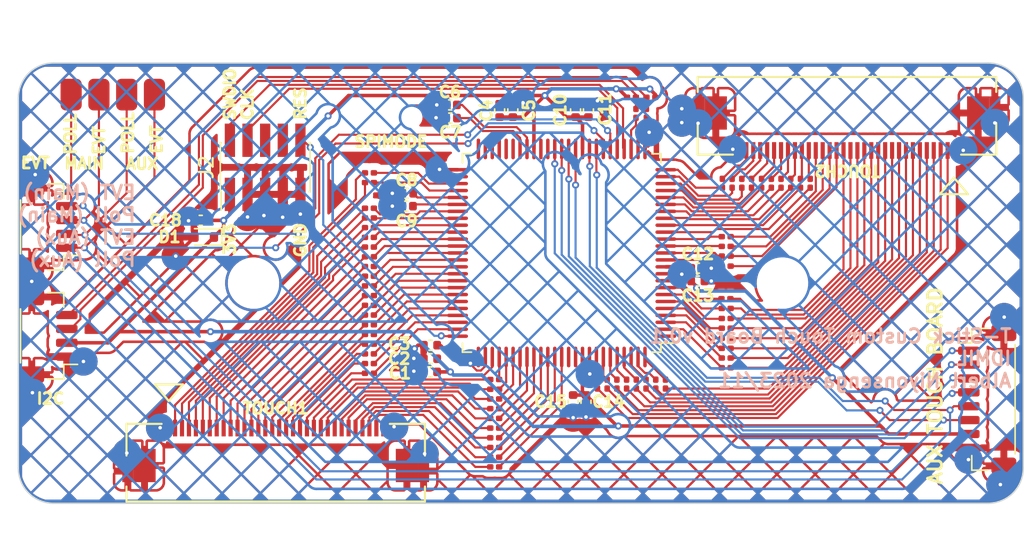
<source format=kicad_pcb>
(kicad_pcb (version 20221018) (generator pcbnew)
  (layers (0 "F.Cu" signal) (31 "B.Cu" signal) (34 "B.Paste" user) (35 "F.Paste" user) (36 "B.SilkS" user "B.Silkscreen") (37 "F.SilkS" user "F.Silkscreen") (38 "B.Mask" user) (39 "F.Mask" user) (44 "Edge.Cuts" user))
  (net 0 "")
  (net 1 "GND")
  (net 2 "/VCCD")
  (net 3 "/CMOD00")
  (net 4 "/CMOD01")
  (net 5 "/CMOD10")
  (net 6 "/CMOD11")
  (net 7 "+3V3")
  (net 8 "/SDA")
  (net 9 "/SCL")
  (net 10 "/MOSI")
  (net 11 "/MISO")
  (net 12 "/SPICLK")
  (net 13 "/CS")
  (net 14 "/SWDA")
  (net 15 "/SWCLK")
  (net 18 "/RES")
  (net 19 "/P30")
  (net 20 "/P31")
  (net 21 "/MSC100")
  (net 22 "/MSC101")
  (net 23 "/MSC102")
  (net 24 "/MSC103")
  (net 25 "/MSC131")
  (net 26 "/MSC130")
  (net 27 "/MSC129")
  (net 28 "/MSC128")
  (net 29 "/MSC127")
  (net 30 "/MSC126")
  (net 31 "/MSC125")
  (net 32 "/MSC124")
  (net 33 "/MSC123")
  (net 34 "/MSC122")
  (net 35 "/MSC121")
  (net 36 "/MSC120")
  (net 37 "/MSC119")
  (net 38 "/MSC118")
  (net 39 "/MSC117")
  (net 40 "/MSC116")
  (net 41 "/MSC115")
  (net 42 "/MSC114")
  (net 43 "/MSC113")
  (net 44 "/MSC112")
  (net 45 "/MSC111")
  (net 46 "/MSC110")
  (net 47 "/MSC109")
  (net 48 "/MSC108")
  (net 49 "/MSC007")
  (net 50 "/MSC006")
  (net 51 "/MSC005")
  (net 52 "/MSC004")
  (net 53 "/MSC003")
  (net 54 "/MSC002")
  (net 55 "/MSC001")
  (net 56 "/MSC000")
  (net 57 "/MSC008")
  (net 58 "/MSC009")
  (net 59 "/MSC010")
  (net 60 "/MSC011")
  (net 61 "/MSC012")
  (net 62 "/MSC013")
  (net 63 "/MSC014")
  (net 64 "/MSC015")
  (net 65 "/MSC016")
  (net 66 "/MSC017")
  (net 67 "/MSC018")
  (net 68 "/MSC019")
  (net 69 "/MSC020")
  (net 70 "/MSC021")
  (net 71 "/MSC022")
  (net 72 "/MSC023")
  (net 73 "/MSC024")
  (net 74 "/MSC025")
  (net 75 "/MSC026")
  (net 76 "/MSC027")
  (net 77 "/MSC028")
  (net 78 "/MSC029")
  (net 80 "/SPIMODE")
  (net 81 "/POLL_MAIN")
  (net 82 "/POLL_AUX")
  (net 83 "/MSC043")
  (net 84 "/MSC046")
  (net 85 "/MSC047")
  (net 86 "/MSC048")
  (net 87 "/MSC049")
  (net 88 "/MSC050")
  (net 89 "/MSC051")
  (net 91 "/MSC104")
  (net 92 "/MSC105")
  (net 95 "/TOUCH000")
  (net 96 "/TOUCH001")
  (net 97 "/TOUCH002")
  (net 98 "/TOUCH003")
  (net 99 "/TOUCH004")
  (net 100 "/TOUCH005")
  (net 101 "/TOUCH006")
  (net 102 "/TOUCH007")
  (net 103 "/TOUCH008")
  (net 104 "/TOUCH009")
  (net 105 "/TOUCH010")
  (net 106 "/TOUCH011")
  (net 107 "/TOUCH012")
  (net 108 "/TOUCH013")
  (net 109 "/TOUCH014")
  (net 110 "/TOUCH015")
  (net 111 "/TOUCH016")
  (net 112 "/TOUCH017")
  (net 113 "/TOUCH018")
  (net 114 "/TOUCH019")
  (net 115 "/TOUCH020")
  (net 116 "/TOUCH021")
  (net 117 "/TOUCH022")
  (net 118 "/TOUCH023")
  (net 119 "/TOUCH024")
  (net 120 "/TOUCH025")
  (net 121 "/TOUCH026")
  (net 122 "/TOUCH027")
  (net 123 "/TOUCH028")
  (net 124 "/TOUCH029")
  (net 125 "/TOUCH100")
  (net 126 "/TOUCH101")
  (net 127 "/TOUCH102")
  (net 128 "/TOUCH103")
  (net 129 "/TOUCH104")
  (net 130 "/TOUCH105")
  (net 131 "/TOUCH106")
  (net 132 "/TOUCH107")
  (net 133 "/TOUCH108")
  (net 134 "/TOUCH109")
  (net 135 "/TOUCH110")
  (net 136 "/TOUCH111")
  (net 137 "/TOUCH112")
  (net 138 "/TOUCH113")
  (net 139 "/TOUCH114")
  (net 140 "/TOUCH115")
  (net 141 "/TOUCH116")
  (net 142 "/TOUCH117")
  (net 143 "/TOUCH118")
  (net 144 "/TOUCH119")
  (net 145 "/TOUCH120")
  (net 146 "/TOUCH121")
  (net 147 "/TOUCH122")
  (net 148 "/TOUCH123")
  (net 149 "/TOUCH124")
  (net 150 "/TOUCH125")
  (net 151 "/TOUCH126")
  (net 152 "/TOUCH127")
  (net 153 "/TOUCH128")
  (net 154 "/TOUCH129")
  (net 155 "/EVT_MAIN")
  (net 156 "/EVT_AUX")
  (footprint "Resistor_SMD:R_0201_0603Metric" (layer "F.Cu") (at 177.825 73.625 180)
    (fp_text reference "R53" hide)
    (fp_text value "560")
  )
  (footprint "Resistor_SMD:R_0201_0603Metric" (layer "F.Cu") (at 187.675 53.275 180)
    (fp_text reference "R63" hide)
    (fp_text value "4.7k")
  )
  (footprint "Capacitor_SMD:C_0402_1005Metric" (layer "F.Cu") (at 183.475 75.225 90)
    (fp_text reference "C15")
    (fp_text value "1uF")
  )
  (footprint "Resistor_SMD:R_0201_0603Metric" (layer "F.Cu") (at 168.8 64.775 180)
    (fp_text reference "R40" hide)
    (fp_text value "560")
  )
  (footprint "Resistor_SMD:R_0201_0603Metric" (layer "F.Cu") (at 168.8 69.675 180)
    (fp_text reference "R47" hide)
    (fp_text value "560")
  )
  (footprint "Resistor_SMD:R_0201_0603Metric" (layer "F.Cu") (at 168.8 73.175 180)
    (fp_text reference "R52" hide)
    (fp_text value "560")
  )
  (footprint "Resistor_SMD:R_0201_0603Metric" (layer "F.Cu") (at 177.825 78.525 180)
    (fp_text reference "R60" hide)
    (fp_text value "560")
  )
  (footprint "Capacitor_SMD:C_0402_1005Metric" (layer "F.Cu") (at 171.455 61.125)
    (fp_text reference "C9")
    (fp_text value "2.2nF")
  )
  (footprint "Resistor_SMD:R_0201_0603Metric" (layer "F.Cu") (at 189.425 73.955 -90)
    (fp_text reference "R9" hide)
    (fp_text value "560")
  )
  (footprint "Resistor_SMD:R_0201_0603Metric" (layer "F.Cu") (at 195.625 59.475 90)
    (fp_text reference "R30" hide)
    (fp_text value "560")
  )
  (footprint "Resistor_SMD:R_0201_0603Metric" (layer "F.Cu") (at 199.15 59.475 90)
    (fp_text reference "R25" hide)
    (fp_text value "560")
  )
  (footprint "Resistor_SMD:R_0201_0603Metric" (layer "F.Cu") (at 168.8 62.675 180)
    (fp_text reference "R37" hide)
    (fp_text value "560")
  )
  (footprint "Resistor_SMD:R_0201_0603Metric" (layer "F.Cu") (at 168.8 61.975 180)
    (fp_text reference "R36" hide)
    (fp_text value "560")
  )
  (footprint "ffc_footprints:CON_541323262_MOL" (layer "F.Cu") (at 162.049985 79.622993)
    (fp_text reference "TOUCH1")
    (fp_text value "FFCHEADER")
  )
  (footprint "Resistor_SMD:R_0201_0603Metric" (layer "F.Cu") (at 168.8 71.775 180)
    (fp_text reference "R50" hide)
    (fp_text value "560")
  )
  (footprint "Resistor_SMD:R_0201_0603Metric" (layer "F.Cu") (at 188.75 54.435 90)
    (fp_text reference "R1" hide)
    (fp_text value "330")
  )
  (footprint "Capacitor_SMD:C_0402_1005Metric" (layer "F.Cu") (at 173.2 71.15)
    (fp_text reference "C3")
    (fp_text value "0.1uF")
  )
  (footprint "Resistor_SMD:R_0201_0603Metric" (layer "F.Cu") (at 200.55 59.475 90)
    (fp_text reference "R23" hide)
    (fp_text value "560")
  )
  (footprint "Capacitor_SMD:C_0402_1005Metric" (layer "F.Cu") (at 174.62 53.825)
    (fp_text reference "C6")
    (fp_text value "2.2nF")
  )
  (footprint "Resistor_SMD:R_0201_0603Metric" (layer "F.Cu") (at 168.8 61.275 180)
    (fp_text reference "R35" hide)
    (fp_text value "560")
  )
  (footprint "Resistor_SMD:R_0201_0603Metric" (layer "F.Cu") (at 168.8 70.375 180)
    (fp_text reference "R48" hide)
    (fp_text value "560")
  )
  (footprint "Resistor_SMD:R_0201_0603Metric" (layer "F.Cu") (at 177.825 79.925 180)
    (fp_text reference "R62" hide)
    (fp_text value "560")
  )
  (footprint "JST-footprints:JST_SH_BM04B-SRSS-TB_1x04-1MP_P1.00mm_Vertical" (layer "F.Cu") (at 145.675 62.625 90)
    (fp_text reference "GPIO2" hide)
    (fp_text value "INTERRUPT")
  )
  (footprint "Resistor_SMD:R_0201_0603Metric" (layer "F.Cu") (at 194.5 69.925)
    (fp_text reference "R15" hide)
    (fp_text value "560")
  )
  (footprint "Resistor_SMD:R_0201_0603Metric" (layer "F.Cu") (at 194.5 65.45)
    (fp_text reference "R19" hide)
    (fp_text value "560")
  )
  (footprint "Resistor_SMD:R_0201_0603Metric" (layer "F.Cu") (at 177.825 79.225 180)
    (fp_text reference "R61" hide)
    (fp_text value "560")
  )
  (footprint "Resistor_SMD:R_0201_0603Metric" (layer "F.Cu") (at 168.8 71.075 180)
    (fp_text reference "R49" hide)
    (fp_text value "560")
  )
  (footprint "Resistor_SMD:R_0201_0603Metric" (layer "F.Cu") (at 194.5 69.225)
    (fp_text reference "R16" hide)
    (fp_text value "560")
  )
  (footprint "MountingHole:MountingHole_3.2mm_M3" (layer "F.Cu") (at 198.55 66.675)
    (fp_text reference "H2" hide)
    (fp_text value "MountingHole")
  )
  (footprint "Resistor_SMD:R_0201_0603Metric" (layer "F.Cu") (at 168.8 72.475 180)
    (fp_text reference "R51" hide)
    (fp_text value "560")
  )
  (footprint "Capacitor_SMD:C_0402_1005Metric" (layer "F.Cu") (at 179.13 54.225 -90)
    (fp_text reference "C5")
    (fp_text value "0.1uF")
  )
  (footprint "Resistor_SMD:R_0201_0603Metric" (layer "F.Cu") (at 194.5 63.325)
    (fp_text reference "R22" hide)
    (fp_text value "560")
  )
  (footprint "Resistor_SMD:R_0201_0603Metric" (layer "F.Cu") (at 188.025 73.955 -90)
    (fp_text reference "R7" hide)
    (fp_text value "560")
  )
  (footprint "Resistor_SMD:R_0201_0603Metric" (layer "F.Cu") (at 194.5 64.725)
    (fp_text reference "R20" hide)
    (fp_text value "560")
  )
  (footprint "Capacitor_SMD:C_0402_1005Metric" (layer "F.Cu") (at 174.625 54.775)
    (fp_text reference "C7")
    (fp_text value "2.2nF")
  )
  (footprint "MountingHole:MountingHole_3.2mm_M3" (layer "F.Cu") (at 160.45 66.675)
    (fp_text reference "H1" hide)
    (fp_text value "MountingHole")
  )
  (footprint "Resistor_SMD:R_0201_0603Metric" (layer "F.Cu") (at 197.05 59.475 90)
    (fp_text reference "R28" hide)
    (fp_text value "560")
  )
  (footprint "Resistor_SMD:R_0201_0603Metric" (layer "F.Cu") (at 177.825 75.725 180)
    (fp_text reference "R56" hide)
    (fp_text value "560")
  )
  (footprint "Resistor_SMD:R_0201_0603Metric" (layer "F.Cu") (at 199.85 59.475 90)
    (fp_text reference "R24" hide)
    (fp_text value "560")
  )
  (footprint "Resistor_SMD:R_0201_0603Metric" (layer "F.Cu") (at 194.5 72.075)
    (fp_text reference "R12" hide)
    (fp_text value "560")
  )
  (footprint "Capacitor_SMD:C_0402_1005Metric" (layer "F.Cu") (at 171.475 60.2)
    (fp_text reference "C8")
    (fp_text value "2.2nF")
  )
  (footprint "Capacitor_SMD:C_0402_1005Metric" (layer "F.Cu") (at 192.46 65.6 180)
    (fp_text reference "C12")
    (fp_text value "0.1uF")
  )
  (footprint "JST-footprints:JST_SH_BM04B-SRSS-TB_1x04-1MP_P1.00mm_Vertical" (layer "F.Cu") (at 145.675 70.475 90)
    (fp_text reference "GPIO1" hide)
    (fp_text value "I2C")
  )
  (footprint "Resistor_SMD:R_0201_0603Metric" (layer "F.Cu") (at 177.825 76.425 180)
    (fp_text reference "R57" hide)
    (fp_text value "560")
  )
  (footprint "Resistor_SMD:R_0201_0603Metric" (layer "F.Cu") (at 177.825 77.825 180)
    (fp_text reference "R59" hide)
    (fp_text value "560")
  )
  (footprint "solderjumper-footprints:solderpads" (layer "F.Cu") (at 147.3144 54.0833)
    (fp_text reference "GPIO4" hide)
    (fp_text value "POLLINGPADS")
  )
  (footprint "Resistor_SMD:R_0201_0603Metric" (layer "F.Cu") (at 194.5 72.775)
    (fp_text reference "R11" hide)
    (fp_text value "560")
  )
  (footprint "Resistor_SMD:R_0201_0603Metric" (layer "F.Cu") (at 177.825 74.325 180)
    (fp_text reference "R54" hide)
    (fp_text value "560")
  )
  (footprint "Resistor_SMD:R_0201_0603Metric" (layer "F.Cu") (at 194.48 67.8)
    (fp_text reference "R18" hide)
    (fp_text value "560")
  )
  (footprint "Resistor_SMD:R_0201_0603Metric" (layer "F.Cu") (at 187.325 73.955 -90)
    (fp_text reference "R6" hide)
    (fp_text value "560")
  )
  (footprint "Resistor_SMD:R_0201_0603Metric" (layer "F.Cu") (at 168.8 66.875 180)
    (fp_text reference "R43" hide)
    (fp_text value "560")
  )
  (footprint "Capacitor_SMD:C_0402_1005Metric" (layer "F.Cu") (at 178.18 54.225 -90)
    (fp_text reference "C4")
    (fp_text value "1uF")
  )
  (footprint "Capacitor_SMD:C_0402_1005Metric" (layer "F.Cu") (at 156.65 62.15)
    (fp_text reference "C18")
    (fp_text value "1uF")
  )
  (footprint "Resistor_SMD:R_0201_0603Metric" (layer "F.Cu") (at 194.5 64.025)
    (fp_text reference "R21" hide)
    (fp_text value "560")
  )
  (footprint "Resistor_SMD:R_0201_0603Metric" (layer "F.Cu") (at 194.925 59.475 90)
    (fp_text reference "R31" hide)
    (fp_text value "560")
  )
  (footprint "Resistor_SMD:R_0201_0603Metric" (layer "F.Cu") (at 194.5 70.65)
    (fp_text reference "R14" hide)
    (fp_text value "560")
  )
  (footprint "Resistor_SMD:R_0201_0603Metric" (layer "F.Cu") (at 194.5 71.375)
    (fp_text reference "R13" hide)
    (fp_text value "560")
  )
  (footprint "Capacitor_SMD:C_0402_1005Metric" (layer "F.Cu") (at 184.575 54.225 -90)
    (fp_text reference "C11")
    (fp_text value "1uF")
  )
  (footprint "Capacitor_SMD:C_0402_1005Metric" (layer "F.Cu") (at 173.195 73.075)
    (fp_text reference "C1")
    (fp_text value "0.1uF")
  )
  (footprint "Resistor_SMD:R_0201_0603Metric" (layer "F.Cu") (at 194.5 68.5)
    (fp_text reference "R17" hide)
    (fp_text value "560")
  )
  (footprint "Resistor_SMD:R_0201_0603Metric" (layer "F.Cu") (at 168.8 68.975 180)
    (fp_text reference "R46" hide)
    (fp_text value "560")
  )
  (footprint "Resistor_SMD:R_0201_0603Metric" (layer "F.Cu") (at 168.8 64.075 180)
    (fp_text reference "R39" hide)
    (fp_text value "560")
  )
  (footprint "Resistor_SMD:R_0201_0603Metric" (layer "F.Cu") (at 197.75 59.475 90)
    (fp_text reference "R27" hide)
    (fp_text value "560")
  )
  (footprint "Capacitor_SMD:C_0402_1005Metric" (layer "F.Cu") (at 184.4 75.225 90)
    (fp_text reference "C14")
    (fp_text value "0.1uF")
  )
  (footprint "Resistor_SMD:R_0201_0603Metric" (layer "F.Cu") (at 185.925 73.955 -90)
    (fp_text reference "R4" hide)
    (fp_text value "560")
  )
  (footprint "Resistor_SMD:R_0201_0603Metric" (layer "F.Cu") (at 168.8 67.575 180)
    (fp_text reference "R44" hide)
    (fp_text value "560")
  )
  (footprint "Connector_PinHeader_1.27mm:PinHeader_2x05_P1.27mm_Vertical_SMD" (layer "F.Cu") (at 161.29 58.325 90)
    (fp_text reference "J2")
    (fp_text value "Progamming Header")
  )
  (footprint "Resistor_SMD:R_0201_0603Metric" (layer "F.Cu") (at 168.8 66.175 180)
    (fp_text reference "R42" hide)
    (fp_text value "560")
  )
  (footprint "Resistor_SMD:R_0201_0603Metric" (layer "F.Cu") (at 196.325 59.475 90)
    (fp_text reference "R29" hide)
    (fp_text value "560")
  )
  (footprint "Resistor_SMD:R_0201_0603Metric" (layer "F.Cu") (at 188 54.435 90)
    (fp_text reference "R2" hide)
    (fp_text value "330")
  )
  (footprint "Resistor_SMD:R_0201_0603Metric" (layer "F.Cu") (at 168.8 65.475 180)
    (fp_text reference "R41" hide)
    (fp_text value "560")
  )
  (footprint "Resistor_SMD:R_0201_0603Metric" (layer "F.Cu") (at 189.075 53.275)
    (fp_text reference "R64" hide)
    (fp_text value "4.7k")
  )
  (footprint "ffc_footprints:CON_541323262_MOL" (layer "F.Cu") (at 203.2 54.61 180)
    (fp_text reference "TOUCH2")
    (fp_text value "FFCHEADER")
  )
  (footprint "CY8C4149AZI-S598-footprints:QFP-100" (layer "F.Cu") (at 182.65 64.5 180)
    (fp_text reference "U1" hide)
    (fp_text value "CY8C4149AZI-S598")
  )
  (footprint "Resistor_SMD:R_0201_0603Metric" (layer "F.Cu") (at 168.8 59.425 180)
    (fp_text reference "R34" hide)
    (fp_text value "560")
  )
  (footprint "Resistor_SMD:R_0201_0603Metric" (layer "F.Cu") (at 194.225 59.475 90)
    (fp_text reference "R32" hide)
    (fp_text value "560")
  )
  (footprint "Resistor_SMD:R_0201_0603Metric" (layer "F.Cu") (at 198.45 59.475 90)
    (fp_text reference "R26" hide)
    (fp_text value "560")
  )
  (footprint "Resistor_SMD:R_0201_0603Metric" (layer "F.Cu") (at 168.8 68.275 180)
    (fp_text reference "R45" hide)
    (fp_text value "560")
  )
  (footprint "Resistor_SMD:R_0201_0603Metric" (layer "F.Cu") (at 186.625 73.955 -90)
    (fp_text reference "R5" hide)
    (fp_text value "560")
  )
  (footprint "Capacitor_SMD:C_0402_1005Metric" (layer "F.Cu") (at 173.2 72.125)
    (fp_text reference "C2")
    (fp_text value "1uF")
  )
  (footprint "Resistor_SMD:R_0201_0603Metric" (layer "F.Cu") (at 177.825 75.025 180)
    (fp_text reference "R55" hide)
    (fp_text value "560")
  )
  (footprint "Connector_JST:JST_SH_BM08B-SRSS-TB_1x08-1MP_P1.00mm_Vertical" (layer "F.Cu") (at 213.3 75.05 -90)
    (fp_text reference "GPIO3" hide)
    (fp_text value "SPI")
  )
  (footprint "Resistor_SMD:R_0201_0603Metric" (layer "F.Cu") (at 168.8 63.375 180)
    (fp_text reference "R38" hide)
    (fp_text value "560")
  )
  (footprint "Resistor_SMD:R_0201_0603Metric" (layer "F.Cu") (at 185.225 73.955 -90)
    (fp_text reference "R3" hide)
    (fp_text value "560")
  )
  (footprint "Diode_SMD:D_SOD-523" (layer "F.Cu") (at 156.9 63.35 180)
    (fp_text reference "D1")
    (fp_text value "ESD5Zxx")
  )
  (footprint "Capacitor_SMD:C_0402_1005Metric" (layer "F.Cu") (at 183.65 54.225 -90)
    (fp_text reference "C10")
    (fp_text value "0.1uF")
  )
  (footprint "Capacitor_SMD:C_0402_1005Metric" (layer "F.Cu") (at 192.455 66.525 180)
    (fp_text reference "C13")
    (fp_text value "1uF")
  )
  (footprint "Resistor_SMD:R_0201_0603Metric" (layer "F.Cu") (at 190.125 73.955 -90)
    (fp_text reference "R10" hide)
    (fp_text value "560")
  )
  (footprint "Resistor_SMD:R_0201_0603Metric" (layer "F.Cu") (at 188.725 73.955 -90)
    (fp_text reference "R8" hide)
    (fp_text value "560")
  )
  (footprint "Resistor_SMD:R_0201_0603Metric" (layer "F.Cu") (at 168.8 58.725 180)
    (fp_text reference "R33" hide)
    (fp_text value "560")
  )
  (footprint "Resistor_SMD:R_0201_0603Metric" (layer "F.Cu") (at 177.825 77.125 180)
    (fp_text reference "R58" hide)
    (fp_text value "560")
  )
  (gr_line (start 215.9 80.01) (end 215.9 53.34) (stroke (width 0.1)) (layer "Edge.Cuts"))
  (gr_arc (start 215.9 80.01) (mid 215.156051 81.806051) (end 213.36 82.55) (stroke (width 0.1)) (layer "Edge.Cuts"))
  (gr_line (start 143.51 53.34) (end 143.51 80.01) (stroke (width 0.1)) (layer "Edge.Cuts"))
  (gr_arc (start 143.51 53.34) (mid 144.253949 51.543949) (end 146.05 50.8) (stroke (width 0.1)) (layer "Edge.Cuts"))
  (gr_line (start 146.05 82.55) (end 213.36 82.55) (stroke (width 0.1)) (layer "Edge.Cuts"))
  (gr_arc (start 213.36 50.8) (mid 215.156051 51.543949) (end 215.9 53.34) (stroke (width 0.1)) (layer "Edge.Cuts"))
  (gr_arc (start 146.05 82.55) (mid 144.253949 81.806051) (end 143.51 80.01) (stroke (width 0.1)) (layer "Edge.Cuts"))
  (gr_line (start 213.36 50.8) (end 146.05 50.8) (stroke (width 0.1)) (layer "Edge.Cuts"))
  (gr_text "T-Stick Custom Touch Board v0.1\nIDMIL\nAlbert Niyonsenga 2023/11" (at 215.15 74.3) (layer "B.SilkS") (effects (font (size 1 1) (thickness 0.2) bold) (justify left bottom mirror)))
  (gr_text "EVT (Main)\nPoll (Main)\nEVT (Aux)\nPoll (Aux)\n" (at 152.0698 62.5602) (layer "B.SilkS") (effects (font (size 1 1) (thickness 0.2) bold) (justify left mirror)))
  (gr_text "CLK" (at 160.02 53.775 90) (layer "F.SilkS") (effects (font (size 0.8 0.8) (thickness 0.2) bold)))
  (gr_text "3V3" (at 158.75 63.5 90) (layer "F.SilkS") (effects (font (size 0.8 0.8) (thickness 0.2) bold)))
  (gr_text "EVT" (at 153.4668 56.3118 90) (layer "F.SilkS") (effects (font (size 0.8 0.8) (thickness 0.2) bold)))
  (gr_text "I2C" (at 145.825 75) (layer "F.SilkS") (effects (font (size 0.8 0.8) (thickness 0.2) bold)))
  (gr_text "GND" (at 163.83 63.575 90) (layer "F.SilkS") (effects (font (size 0.8 0.8) (thickness 0.2) bold)))
  (gr_text "AUX TOUCH BOARD" (at 209.55 74.075 90) (layer "F.SilkS") (effects (font (size 1 1) (thickness 0.2) bold)))
  (gr_text "MAIN" (at 148.2598 58.039) (layer "F.SilkS") (effects (font (size 0.8 0.8) (thickness 0.2) bold)))
  (gr_text "AUX" (at 152.4254 58.0644) (layer "F.SilkS") (effects (font (size 0.8 0.8) (thickness 0.2) bold)))
  (gr_text "POLL" (at 147.2692 55.930858 90) (layer "F.SilkS") (effects (font (size 0.8 0.8) (thickness 0.2) bold)))
  (gr_text "RES" (at 163.83 53.725 90) (layer "F.SilkS") (effects (font (size 0.8 0.8) (thickness 0.2) bold)))
  (gr_text "EVT" (at 149.3266 56.388 90) (layer "F.SilkS") (effects (font (size 0.8 0.8) (thickness 0.2) bold)))
  (gr_text "POLL" (at 151.4094 55.854658 90) (layer "F.SilkS") (effects (font (size 0.8 0.8) (thickness 0.2) bold)))
  (gr_text "SWDIO" (at 158.75 53.05 90) (layer "F.SilkS") (effects (font (size 0.8 0.8) (thickness 0.2) bold)))
  (gr_text "EVT" (at 144.7292 58.0136) (layer "F.SilkS") (effects (font (size 0.8 0.8) (thickness 0.2) bold)))
  (gr_text "SPIMODE" (at 170.35 56.475) (layer "F.SilkS") (effects (font (size 0.8 0.8) (thickness 0.2) bold)))
  (segment (start 185.005 53.745) (end 185.225 53.525) (width 0.254) (layer "F.Cu") (net 1))
  (segment (start 176.8274 72.975) (end 177.15 72.6524) (width 0.1524) (layer "F.Cu") (net 1))
  (segment (start 173.65 53.825) (end 174.14 53.825) (width 0.254) (layer "F.Cu") (net 1))
  (segment (start 170.995 60.2) (end 170.45 60.2) (width 0.254) (layer "F.Cu") (net 1))
  (segment (start 179.8121 53.745) (end 178.18 53.745) (width 0.254) (layer "F.Cu") (net 1))
  (segment (start 172.72 72.125) (end 172.025 72.125) (width 0.254) (layer "F.Cu") (net 1))
  (segment (start 163.825 61.7) (end 163.825 60.585) (width 0.254) (layer "F.Cu") (net 1))
  (segment (start 144.475 59.1) (end 144.725 58.85) (width 0.254) (layer "F.Cu") (net 1))
  (segment (start 153.75 77.125) (end 153.725 77.1) (width 0.254) (layer "F.Cu") (net 1))
  (segment (start 144.475 74.525) (end 144.525 74.575) (width 0.254) (layer "F.Cu") (net 1))
  (segment (start 176.075 72.4587) (end 176.075 72.516973) (width 0.1524) (layer "F.Cu") (net 1))
  (segment (start 184.65 73.2005) (end 184.65 72) (width 0.1524) (layer "F.Cu") (net 1))
  (segment (start 188.65 57) (end 188.65 56.12) (width 0.254) (layer "F.Cu") (net 1))
  (segment (start 175.15 58.5) (end 173.875 58.5) (width 0.254) (layer "F.Cu") (net 1))
  (segment (start 190.68 55.05) (end 191.25 55.05) (width 0.254) (layer "F.Cu") (net 1))
  (segment (start 154.85 64.7) (end 156.2 63.35) (width 0.254) (layer "F.Cu") (net 1))
  (segment (start 193.2166 54.4084) (end 192.475 55.15) (width 0.254) (layer "F.Cu") (net 1))
  (segment (start 172.72 71.15) (end 172.3 71.15) (width 0.254) (layer "F.Cu") (net 1))
  (segment (start 191.3 66.0329) (end 191.2671 66) (width 0.1524) (layer "F.Cu") (net 1))
  (segment (start 211.975 78.55) (end 211.975 79.375) (width 0.254) (layer "F.Cu") (net 1))
  (segment (start 171.49997 79.824593) (end 171.925407 79.824593) (width 0.254) (layer "F.Cu") (net 1))
  (segment (start 177.15 72.6524) (end 177.15 72) (width 0.1524) (layer "F.Cu") (net 1))
  (segment (start 183.475 76.375) (end 183.475 75.705) (width 0.254) (layer "F.Cu") (net 1))
  (segment (start 152.6 79.824593) (end 152.224593 79.824593) (width 0.254) (layer "F.Cu") (net 1))
  (segment (start 170.975 61.125) (end 170.45 61.125) (width 0.254) (layer "F.Cu") (net 1))
  (segment (start 147.85 71.975) (end 148.2 72.325) (width 0.254) (layer "F.Cu") (net 1))
  (segment (start 183.65 53.745) (end 184.575 53.745) (width 0.254) (layer "F.Cu") (net 1))
  (segment (start 214.5 70.25) (end 214.5 69.15) (width 0.254) (layer "F.Cu") (net 1))
  (segment (start 176.075 72.516973) (end 176.533027 72.975) (width 0.1524) (layer "F.Cu") (net 1))
  (segment (start 154.85 64.725) (end 154.85 64.7) (width 0.254) (layer "F.Cu") (net 1))
  (segment (start 155.770932 62.177205) (end 155.798137 62.15) (width 0.254) (layer "F.Cu") (net 1))
  (segment (start 155.798137 62.15) (end 156.17 62.15) (width 0.254) (layer "F.Cu") (net 1))
  (segment (start 191.2671 66) (end 190.15 66) (width 0.1524) (layer "F.Cu") (net 1))
  (segment (start 211.975 79.375) (end 211.95 79.4) (width 0.254) (layer "F.Cu") (net 1))
  (segment (start 184.4 75.705) (end 184.4 76.325) (width 0.254) (layer "F.Cu") (net 1))
  (segment (start 193.750015 54.4084) (end 193.2166 54.4084) (width 0.254) (layer "F.Cu") (net 1))
  (segment (start 172.3 71.15) (end 172.05 71.4) (width 0.254) (layer "F.Cu") (net 1))
  (segment (start 209.85 81.125) (end 209.875 81.15) (width 0.254) (layer "F.Cu") (net 1))
  (segment (start 178.18 53.745) (end 179.13 53.745) (width 0.254) (layer "F.Cu") (net 1))
  (segment (start 190.68 54.1) (end 191.3 54.1) (width 0.254) (layer "F.Cu") (net 1))
  (segment (start 144.475 66.55) (end 144.475 65.425) (width 0.254) (layer "F.Cu") (net 1))
  (segment (start 154.300001 77.125) (end 153.75 77.125) (width 0.254) (layer "F.Cu") (net 1))
  (segment (start 213.1334 54.4084) (end 213.85 55.125) (width 0.254) (layer "F.Cu") (net 1))
  (segment (start 173.875 58.5) (end 173.85 58.475) (width 0.254) (layer "F.Cu") (net 1))
  (segment (start 147 71.975) (end 147.85 71.975) (width 0.254) (layer "F.Cu") (net 1))
  (segment (start 173.625 54.775) (end 174.145 54.775) (width 0.254) (layer "F.Cu") (net 1))
  (segment (start 188.65 56.1) (end 188.95 55.8) (width 0.254) (layer "F.Cu") (net 1))
  (segment (start 169.8 77.125) (end 170.475 77.125) (width 0.254) (layer "F.Cu") (net 1))
  (segment (start 171.925407 79.824593) (end 172.775 78.975) (width 0.254) (layer "F.Cu") (net 1))
  (segment (start 195.057993 57.107993) (end 194.975 57.025) (width 0.254) (layer "F.Cu") (net 1))
  (segment (start 173.6 54.75) (end 173.625 54.775) (width 0.254) (layer "F.Cu") (net 1))
  (segment (start 184.6745 73.225) (end 184.65 73.2005) (width 0.1524) (layer "F.Cu") (net 1))
  (segment (start 193.425 65.6) (end 192.94 65.6) (width 0.254) (layer "F.Cu") (net 1))
  (segment (start 195.449985 57.107993) (end 195.057993 57.107993) (width 0.254) (layer "F.Cu") (net 1))
  (segment (start 152.224593 79.824593) (end 151.325 78.925) (width 0.254) (layer "F.Cu") (net 1))
  (segment (start 144.475 67.675) (end 144.475 66.55) (width 0.254) (layer "F.Cu") (net 1))
  (segment (start 172.05 73.075) (end 172 73.025) (width 0.254) (layer "F.Cu") (net 1))
  (segment (start 172.025 72.125) (end 172 72.1) (width 0.254) (layer "F.Cu") (net 1))
  (segment (start 161.2 61.8) (end 161.2 60.5) (width 0.254) (layer "F.Cu") (net 1))
  (segment (start 210.949984 57.107993) (end 211.567007 57.107993) (width 0.254) (layer "F.Cu") (net 1))
  (segment (start 214.5 80.95) (end 214.25 81.2) (width 0.254) (layer "F.Cu") (net 1))
  (segment (start 162.55 61.925) (end 162.55 60.58) (width 0.254) (layer "F.Cu") (net 1))
  (segment (start 160.02 61.905) (end 160.02 60.59) (width 0.254) (layer "F.Cu") (net 1))
  (segment (start 214.5 79.85) (end 214.5 80.95) (width 0.254) (layer "F.Cu") (net 1))
  (segment (start 193.425 66.525) (end 192.935 66.525) (width 0.254) (layer "F.Cu") (net 1))
  (segment (start 191.25 55.05) (end 191.3 55.1) (width 0.254) (layer "F.Cu") (net 1))
  (segment (start 172.715 73.075) (end 172.05 73.075) (width 0.254) (layer "F.Cu") (net 1))
  (segment (start 188.65 57) (end 188.65 56.1) (width 0.254) (layer "F.Cu") (net 1))
  (segment (start 176.533027 72.975) (end 176.8274 72.975) (width 0.1524) (layer "F.Cu") (net 1))
  (segment (start 212.649985 54.4084) (end 213.1334 54.4084) (width 0.254) (layer "F.Cu") (net 1))
  (segment (start 179.875 53.6821) (end 179.8121 53.745) (width 0.254) (layer "F.Cu") (net 1))
  (segment (start 211.567007 57.107993) (end 211.575 57.1) (width 0.254) (layer "F.Cu") (net 1))
  (segment (start 170.475 77.125) (end 170.575 77.025) (width 0.254) (layer "F.Cu") (net 1))
  (segment (start 214.5 69.15) (end 214.525 69.125) (width 0.254) (layer "F.Cu") (net 1))
  (segment (start 144.475 59.825) (end 144.475 59.1) (width 0.254) (layer "F.Cu") (net 1))
  (segment (start 184.575 53.745) (end 185.005 53.745) (width 0.254) (layer "F.Cu") (net 1))
  (segment (start 144.475 73.275) (end 144.475 74.525) (width 0.254) (layer "F.Cu") (net 1))
  (via (at 213.85 55.125) (size 0.508) (drill 0.254) (layers "F.Cu" "B.Cu") (net 1))
  (via (at 163.825 61.7) (size 0.508) (drill 0.254) (layers "F.Cu" "B.Cu") (net 1))
  (via (at 211.95 79.4) (size 0.508) (drill 0.254) (layers "F.Cu" "B.Cu") (net 1))
  (via (at 172.775 78.975) (size 0.508) (drill 0.254) (layers "F.Cu" "B.Cu") (net 1))
  (via (at 172 72.1) (size 0.508) (drill 0.254) (layers "F.Cu" "B.Cu") (net 1))
  (via (at 173.85 58.475) (size 0.508) (drill 0.254) (layers "F.Cu" "B.Cu") (net 1))
  (via (at 211.575 57.1) (size 0.508) (drill 0.254) (layers "F.Cu" "B.Cu") (net 1))
  (via (at 191.3 66.0329) (size 0.508) (drill 0.254) (layers "F.Cu" "B.Cu") (net 1))
  (via (at 161.2 61.8) (size 0.508) (drill 0.254) (layers "F.Cu" "B.Cu") (net 1))
  (via (at 162.55 61.925) (size 0.508) (drill 0.254) (layers "F.Cu" "B.Cu") (net 1))
  (via (at 192.475 55.15) (size 0.508) (drill 0.254) (layers "F.Cu" "B.Cu") (net 1))
  (via (at 214.525 69.125) (size 0.508) (drill 0.254) (layers "F.Cu" "B.Cu") (net 1))
  (via (at 154.85 64.725) (size 0.508) (drill 0.254) (layers "F.Cu" "B.Cu") (net 1))
  (via (at 170.575 77.025) (size 0.508) (drill 0.254) (layers "F.Cu" "B.Cu") (net 1))
  (via (at 170.45 60.2) (size 0.508) (drill 0.254) (layers "F.Cu" "B.Cu") (net 1))
  (via (at 172.05 71.4) (size 0.508) (drill 0.254) (layers "F.Cu" "B.Cu") (net 1))
  (via (at 153.725 77.1) (size 0.508) (drill 0.254) (layers "F.Cu" "B.Cu") (net 1))
  (via (at 184.4 76.325) (size 0.508) (drill 0.254) (layers "F.Cu" "B.Cu") (net 1))
  (via (at 144.725 58.85) (size 0.508) (drill 0.254) (layers "F.Cu" "B.Cu") (net 1))
  (via (at 188.95 55.8) (size 0.508) (drill 0.254) (layers "F.Cu" "B.Cu") (net 1))
  (via (at 148.2 72.325) (size 0.508) (drill 0.254) (layers "F.Cu" "B.Cu") (net 1))
  (via (at 176.075 72.4587) (size 0.508) (drill 0.254) (layers "F.Cu" "B.Cu") (net 1))
  (via (at 144.475 66.55) (size 0.508) (drill 0.254) (layers "F.Cu" "B.Cu") (net 1))
  (via (at 194.975 57.025) (size 0.508) (drill 0.254) (layers "F.Cu" "B.Cu") (net 1))
  (via (at 155.770932 62.177205) (size 0.508) (drill 0.254) (layers "F.Cu" "B.Cu") (net 1))
  (via (at 160.02 61.905) (size 0.508) (drill 0.254) (layers "F.Cu" "B.Cu") (net 1))
  (via (at 191.3 54.1) (size 0.508) (drill 0.254) (layers "F.Cu" "B.Cu") (net 1))
  (via (at 214.25 81.2) (size 0.508) (drill 0.254) (layers "F.Cu" "B.Cu") (net 1))
  (via (at 193.425 66.525) (size 0.508) (drill 0.254) (layers "F.Cu" "B.Cu") (net 1))
  (via (at 172 73.025) (size 0.508) (drill 0.254) (layers "F.Cu" "B.Cu") (net 1))
  (via (at 183.475 76.375) (size 0.508) (drill 0.254) (layers "F.Cu" "B.Cu") (net 1))
  (via (at 185.225 53.525) (size 0.508) (drill 0.254) (layers "F.Cu" "B.Cu") (net 1))
  (via (at 151.325 78.925) (size 0.508) (drill 0.254) (layers "F.Cu" "B.Cu") (net 1))
  (via (at 191.3 55.1) (size 0.508) (drill 0.254) (layers "F.Cu" "B.Cu") (net 1))
  (via (at 144.525 74.575) (size 0.508) (drill 0.254) (layers "F.Cu" "B.Cu") (net 1))
  (via (at 179.875 53.6821) (size 0.508) (drill 0.254) (layers "F.Cu" "B.Cu") (net 1))
  (via (at 173.65 53.825) (size 0.508) (drill 0.254) (layers "F.Cu" "B.Cu") (net 1))
  (via (at 193.425 65.6) (size 0.508) (drill 0.254) (layers "F.Cu" "B.Cu") (net 1))
  (via (at 173.6 54.75) (size 0.508) (drill 0.254) (layers "F.Cu" "B.Cu") (net 1))
  (via (at 170.45 61.125) (size 0.508) (drill 0.254) (layers "F.Cu" "B.Cu") (net 1))
  (via (at 184.6745 73.225) (size 0.508) (drill 0.254) (layers "F.Cu" "B.Cu") (net 1))
  (segment (start 173.68 71.15) (end 173.975 71.15) (width 0.1524) (layer "F.Cu") (net 2))
  (segment (start 173.975 71.15) (end 174.825 72) (width 0.1524) (layer "F.Cu") (net 2))
  (segment (start 174.825 72) (end 176.65 72) (width 0.1524) (layer "F.Cu") (net 2))
  (segment (start 175.475 53.825) (end 175.1 53.825) (width 0.1524) (layer "F.Cu") (net 3))
  (segment (start 179.4 55.425) (end 177.075 55.425) (width 0.1524) (layer "F.Cu") (net 3))
  (segment (start 180.15 57) (end 180.15 56.175) (width 0.1524) (layer "F.Cu") (net 3))
  (segment (start 180.15 56.175) (end 179.4 55.425) (width 0.1524) (layer "F.Cu") (net 3))
  (segment (start 177.075 55.425) (end 175.475 53.825) (width 0.1524) (layer "F.Cu") (net 3))
  (segment (start 176.02704 54.775) (end 175.105 54.775) (width 0.1524) (layer "F.Cu") (net 4))
  (segment (start 179.65 57) (end 179.65 56.2) (width 0.1524) (layer "F.Cu") (net 4))
  (segment (start 176.95844 55.7064) (end 176.02704 54.775) (width 0.1524) (layer "F.Cu") (net 4))
  (segment (start 179.65 56.2) (end 179.1564 55.7064) (width 0.1524) (layer "F.Cu") (net 4))
  (segment (start 179.1564 55.7064) (end 176.95844 55.7064) (width 0.1524) (layer "F.Cu") (net 4))
  (segment (start 172.255 60.5) (end 175.15 60.5) (width 0.1524) (layer "F.Cu") (net 5))
  (segment (start 171.955 60.2) (end 172.255 60.5) (width 0.1524) (layer "F.Cu") (net 5))
  (segment (start 172.04 61.125) (end 172.165 61) (width 0.1524) (layer "F.Cu") (net 6))
  (segment (start 172.165 61) (end 175.15 61) (width 0.1524) (layer "F.Cu") (net 6))
  (segment (start 184.1416 74.4866) (end 184.4 74.745) (width 0.254) (layer "F.Cu") (net 7))
  (segment (start 179.87985 54.705) (end 178.18 54.705) (width 0.254) (layer "F.Cu") (net 7))
  (segment (start 181.43615 53.1487) (end 182.99245 54.705) (width 0.254) (layer "F.Cu") (net 7))
  (segment (start 165.822829 54.622829) (end 165.925 54.725) (width 0.254) (layer "F.Cu") (net 7))
  (segment (start 157.35 70.175) (end 150.775 70.175) (width 0.254) (layer "F.Cu") (net 7))
  (segment (start 183.475 74.745) (end 184.4 74.745) (width 0.254) (layer "F.Cu") (net 7))
  (segment (start 158.75 61.703805) (end 158.75 60.275) (width 0.254) (layer "F.Cu") (net 7))
  (segment (start 184.575 54.705) (end 183.65 54.705) (width 0.254) (layer "F.Cu") (net 7))
  (segment (start 189.395 53.078122) (end 189.395 53.275) (width 0.254) (layer "F.Cu") (net 7))
  (segment (start 173.675 73.075) (end 174.63 73.075) (width 0.254) (layer "F.Cu") (net 7))
  (segment (start 174.8676 73.3126) (end 174.63 73.075) (width 0.1524) (layer "F.Cu") (net 7))
  (segment (start 186.725 76.975) (end 186.63 76.975) (width 0.254) (layer "F.Cu") (net 7))
  (segment (start 158.3 62.65) (end 158.3 62.153805) (width 0.254) (layer "F.Cu") (net 7))
  (segment (start 186.7494 52.6694) (end 186.575 52.6694) (width 0.254) (layer "F.Cu") (net 7))
  (segment (start 192.359696 67.02442) (end 192.359696 66.909696) (width 0.254) (layer "F.Cu") (net 7))
  (segment (start 158.3 62.153805) (end 158.75 61.703805) (width 0.254) (layer "F.Cu") (net 7))
  (segment (start 167.296958 53.1487) (end 165.822829 54.622829) (width 0.254) (layer "F.Cu") (net 7))
  (segment (start 191.98 65.6) (end 191.98 66.52) (width 0.254) (layer "F.Cu") (net 7))
  (segment (start 150.9 70.05) (end 149.975 70.975) (width 0.254) (layer "F.Cu") (net 7))
  (segment (start 192.359696 66.909696) (end 191.975 66.525) (width 0.254) (layer "F.Cu") (net 7))
  (segment (start 177.65 72) (end 177.65 72.721348) (width 0.1524) (layer "F.Cu") (net 7))
  (segment (start 150.775 70.175) (end 149.975 70.975) (width 0.254) (layer "F.Cu") (net 7))
  (segment (start 177.65 72.721348) (end 177.058748 73.3126) (width 0.1524) (layer "F.Cu") (net 7))
  (segment (start 180.65 53.93485) (end 180.65 57) (width 0.254) (layer "F.Cu") (net 7))
  (segment (start 158.3 62.153805) (end 158.296195 62.15) (width 0.254) (layer "F.Cu") (net 7))
  (segment (start 184.1416 72.0084) (end 184.15 72) (width 0.254) (layer "F.Cu") (net 7))
  (segment (start 191.88 65.5) (end 191.98 65.6) (width 0.254) (layer "F.Cu") (net 7))
  (segment (start 191.98 66.52) (end 191.975 66.525) (width 0.254) (layer "F.Cu") (net 7))
  (segment (start 184.1416 72.0084) (end 184.1416 74.4866) (width 0.254) (layer "F.Cu") (net 7))
  (segment (start 186.63 76.975) (end 184.4 74.745) (width 0.254) (layer "F.Cu") (net 7))
  (segment (start 182.99245 54.705) (end 183.655 54.705) (width 0.254) (layer "F.Cu") (net 7))
  (segment (start 149.975 70.975) (end 147 70.975) (width 0.254) (layer "F.Cu") (net 7))
  (segment (start 158.296195 62.15) (end 157.13 62.15) (width 0.254) (layer "F.Cu") (net 7))
  (segment (start 150.9 70.05) (end 158.3 62.65) (width 0.254) (layer "F.Cu") (net 7))
  (segment (start 183.65 54.705) (end 184.15 55.205) (width 0.254) (layer "F.Cu") (net 7))
  (segment (start 181.43615 53.1487) (end 179.87985 54.705) (width 0.254) (layer "F.Cu") (net 7))
  (segment (start 184.15 55.205) (end 184.15 57) (width 0.254) (layer "F.Cu") (net 7))
  (segment (start 205.625 76.975) (end 186.725 76.975) (width 0.254) (layer "F.Cu") (net 7))
  (segment (start 202.15 73.5) (end 205.9125 77.2625) (width 0.254) (layer "F.Cu") (net 7))
  (segment (start 177.058748 73.3126) (end 174.8676 73.3126) (width 0.1524) (layer "F.Cu") (net 7))
  (segment (start 211.975 77.55) (end 206.2 77.55) (width 0.254) (layer "F.Cu") (net 7))
  (segment (start 187.355 53.275) (end 186.7494 52.6694) (width 0.254) (layer "F.Cu") (net 7))
  (segment (start 181.43615 53.1487) (end 167.296958 53.1487) (width 0.254) (layer "F.Cu") (net 7))
  (segment (start 190.15 65.5) (end 191.88 65.5) (width 0.254) (layer "F.Cu") (net 7))
  (segment (start 173.68 72.125) (end 174.63 73.075) (width 0.254) (layer "F.Cu") (net 7))
  (segment (start 206.2 77.55) (end 205.625 76.975) (width 0.254) (layer "F.Cu") (net 7))
  (segment (start 188.998985 52.682107) (end 189.395 53.078122) (width 0.254) (layer "F.Cu") (net 7))
  (via (at 188.998985 52.682107) (size 0.508) (drill 0.254) (layers "F.Cu" "B.Cu") (net 7))
  (via (at 186.575 52.6694) (size 0.508) (drill 0.254) (layers "F.Cu" "B.Cu") (net 7))
  (via (at 181.43615 53.1487) (size 0.508) (drill 0.254) (layers "F.Cu" "B.Cu") (net 7))
  (via (at 174.63 73.075) (size 0.508) (drill 0.254) (layers "F.Cu" "B.Cu") (net 7))
  (via (at 202.15 73.5) (size 0.508) (drill 0.254) (layers "F.Cu" "B.Cu") (net 7))
  (via (at 157.35 70.175) (size 0.508) (drill 0.254) (layers "F.Cu" "B.Cu") (net 7))
  (via (at 186.725 76.975) (size 0.508) (drill 0.254) (layers "F.Cu" "B.Cu") (net 7))
  (via (at 165.822829 54.622829) (size 0.508) (drill 0.254) (layers "F.Cu" "B.Cu") (net 7))
  (via (at 192.359696 67.02442) (size 0.508) (drill 0.254) (layers "F.Cu" "B.Cu") (net 7))
  (via (at 158.3 62.153805) (size 0.508) (drill 0.254) (layers "F.Cu" "B.Cu") (net 7))
  (segment (start 202.15 73.5) (end 195.889259 67.239259) (width 0.254) (layer "B.Cu") (net 7))
  (segment (start 174.63 73.075) (end 174.855 73.3) (width 0.254) (layer "B.Cu") (net 7))
  (segment (start 180.6084 77.0084) (end 186.6916 77.0084) (width 0.254) (layer "B.Cu") (net 7))
  (segment (start 158.3 62.153805) (end 158.3 62.145658) (width 0.254) (layer "B.Cu") (net 7))
  (segment (start 174.855 73.3) (end 176.9 73.3) (width 0.254) (layer "B.Cu") (net 7))
  (segment (start 171.73 70.175) (end 174.63 73.075) (width 0.254) (layer "B.Cu") (net 7))
  (segment (start 186.6916 77.0084) (end 186.725 76.975) (width 0.254) (layer "B.Cu") (net 7))
  (segment (start 192.574535 67.239259) (end 192.359696 67.02442) (width 0.254) (layer "B.Cu") (net 7))
  (segment (start 188.986278 52.6694) (end 186 52.6694) (width 0.254) (layer "B.Cu") (net 7))
  (segment (start 158.3 62.145658) (end 165.822829 54.622829) (width 0.254) (layer "B.Cu") (net 7))
  (segment (start 181.91545 52.6694) (end 186 52.6694) (width 0.254) (layer "B.Cu") (net 7))
  (segment (start 181.43615 53.1487) (end 181.91545 52.6694) (width 0.254) (layer "B.Cu") (net 7))
  (segment (start 188.998985 52.682107) (end 188.986278 52.6694) (width 0.254) (layer "B.Cu") (net 7))
  (segment (start 195.889259 67.239259) (end 192.574535 67.239259) (width 0.254) (layer "B.Cu") (net 7))
  (segment (start 176.9 73.3) (end 180.6084 77.0084) (width 0.254) (layer "B.Cu") (net 7))
  (segment (start 157.35 70.175) (end 171.73 70.175) (width 0.254) (layer "B.Cu") (net 7))
  (segment (start 186 52.6694) (end 186.575 52.6694) (width 0.254) (layer "B.Cu") (net 7))
  (segment (start 186.9974 52.0974) (end 160.7322 52.0974) (width 0.1524) (layer "F.Cu") (net 8))
  (segment (start 156.8 56.0296) (end 156.8 59.8) (width 0.1524) (layer "F.Cu") (net 8))
  (segment (start 160.7322 52.0974) (end 156.8 56.0296) (width 0.1524) (layer "F.Cu") (net 8))
  (segment (start 188 53.1) (end 186.9974 52.0974) (width 0.1524) (layer "F.Cu") (net 8))
  (segment (start 188 54.115) (end 188 53.1) (width 0.1524) (layer "F.Cu") (net 8))
  (segment (start 156.8 59.8) (end 147.9802 68.6198) (width 0.1524) (layer "F.Cu") (net 8))
  (segment (start 147.277329 69.975) (end 147 69.975) (width 0.1524) (layer "F.Cu") (net 8))
  (segment (start 147.9802 69.272129) (end 147.277329 69.975) (width 0.1524) (layer "F.Cu") (net 8))
  (segment (start 147.9802 68.6198) (end 147.9802 69.272129) (width 0.1524) (layer "F.Cu") (net 8))
  (segment (start 147.125 68.975) (end 147 68.975) (width 0.1524) (layer "F.Cu") (net 9))
  (segment (start 156.5186 59.5814) (end 147.125 68.975) (width 0.1524) (layer "F.Cu") (net 9))
  (segment (start 188.75 54.115) (end 188.75 53.27) (width 0.1524) (layer "F.Cu") (net 9))
  (segment (start 160.61564 51.816) (end 156.5186 55.91304) (width 0.1524) (layer "F.Cu") (net 9))
  (segment (start 187.296 51.816) (end 160.61564 51.816) (width 0.1524) (layer "F.Cu") (net 9))
  (segment (start 156.5186 55.91304) (end 156.5186 59.5814) (width 0.1524) (layer "F.Cu") (net 9))
  (segment (start 188.75 53.27) (end 187.296 51.816) (width 0.1524) (layer "F.Cu") (net 9))
  (segment (start 210.775 71.55) (end 211.975 71.55) (width 0.1524) (layer "F.Cu") (net 10))
  (segment (start 183.65 59.6) (end 183.65 57) (width 0.1524) (layer "F.Cu") (net 10))
  (via (at 210.775 71.55) (size 0.508) (drill 0.254) (layers "F.Cu" "B.Cu") (net 10))
  (via (at 183.65 59.6) (size 0.508) (drill 0.254) (layers "F.Cu" "B.Cu") (net 10))
  (segment (start 205.2128 77.0122) (end 195.83108 77.0122) (width 0.1524) (layer "B.Cu") (net 10))
  (segment (start 195.83108 77.0122) (end 183.65 64.83112) (width 0.1524) (layer "B.Cu") (net 10))
  (segment (start 210.675 71.55) (end 205.2128 77.0122) (width 0.1524) (layer "B.Cu") (net 10))
  (segment (start 183.65 64.83112) (end 183.65 59.6) (width 0.1524) (layer "B.Cu") (net 10))
  (segment (start 210.775 71.55) (end 210.675 71.55) (width 0.1524) (layer "B.Cu") (net 10))
  (segment (start 211.975 72.55) (end 210.725 72.55) (width 0.1524) (layer "F.Cu") (net 11))
  (segment (start 183.163497 59.175) (end 183.15 59.161503) (width 0.1524) (layer "F.Cu") (net 11))
  (segment (start 183.15 59.161503) (end 183.15 57) (width 0.1524) (layer "F.Cu") (net 11))
  (via (at 183.163497 59.175) (size 0.508) (drill 0.254) (layers "F.Cu" "B.Cu") (net 11))
  (via (at 210.725 72.55) (size 0.508) (drill 0.254) (layers "F.Cu" "B.Cu") (net 11))
  (segment (start 205.9814 77.2936) (end 195.71452 77.2936) (width 0.1524) (layer "B.Cu") (net 11))
  (segment (start 195.71452 77.2936) (end 183.163497 64.742577) (width 0.1524) (layer "B.Cu") (net 11))
  (segment (start 183.163497 64.742577) (end 183.163497 59.175) (width 0.1524) (layer "B.Cu") (net 11))
  (segment (start 210.725 72.55) (end 205.9814 77.2936) (width 0.1524) (layer "B.Cu") (net 11))
  (segment (start 182.65 58.55) (end 182.65 57) (width 0.1524) (layer "F.Cu") (net 12))
  (segment (start 211.975 73.55) (end 210.875 73.55) (width 0.1524) (layer "F.Cu") (net 12))
  (segment (start 210.875 73.55) (end 210.825 73.5) (width 0.1524) (layer "F.Cu") (net 12))
  (via (at 182.65 58.55) (size 0.508) (drill 0.254) (layers "F.Cu" "B.Cu") (net 12))
  (via (at 210.825 73.5) (size 0.508) (drill 0.254) (layers "F.Cu" "B.Cu") (net 12))
  (segment (start 195.59796 77.575) (end 182.65 64.62704) (width 0.1524) (layer "B.Cu") (net 12))
  (segment (start 206.75 77.575) (end 195.59796 77.575) (width 0.1524) (layer "B.Cu") (net 12))
  (segment (start 210.825 73.5) (end 206.75 77.575) (width 0.1524) (layer "B.Cu") (net 12))
  (segment (start 182.65 64.62704) (end 182.65 58.55) (width 0.1524) (layer "B.Cu") (net 12))
  (segment (start 182.15 58.075) (end 182.15 57) (width 0.1524) (layer "F.Cu") (net 13))
  (segment (start 210.85 74.55) (end 211.975 74.55) (width 0.1524) (layer "F.Cu") (net 13))
  (segment (start 210.775 74.625) (end 210.85 74.55) (width 0.1524) (layer "F.Cu") (net 13))
  (via (at 182.15 58.075) (size 0.508) (drill 0.254) (layers "F.Cu" "B.Cu") (net 13))
  (via (at 210.775 74.625) (size 0.508) (drill 0.254) (layers "F.Cu" "B.Cu") (net 13))
  (segment (start 210.575 74.625) (end 207.3436 77.8564) (width 0.1524) (layer "B.Cu") (net 13))
  (segment (start 195.4814 77.8564) (end 182.15 64.525) (width 0.1524) (layer "B.Cu") (net 13))
  (segment (start 207.3436 77.8564) (end 195.4814 77.8564) (width 0.1524) (layer "B.Cu") (net 13))
  (segment (start 210.775 74.625) (end 210.575 74.625) (width 0.1524) (layer "B.Cu") (net 13))
  (segment (start 182.15 64.525) (end 182.15 58.075) (width 0.1524) (layer "B.Cu") (net 13))
  (segment (start 185.3788 52.3788) (end 187.0698 54.0698) (width 0.1524) (layer "F.Cu") (net 14))
  (segment (start 161.6012 52.3788) (end 185.3788 52.3788) (width 0.1524) (layer "F.Cu") (net 14))
  (segment (start 158.75 55.23) (end 161.6012 52.3788) (width 0.1524) (layer "F.Cu") (net 14))
  (segment (start 187.0698 56.9198) (end 187.15 57) (width 0.1524) (layer "F.Cu") (net 14))
  (segment (start 187.0698 54.0698) (end 187.0698 56.9198) (width 0.1524) (layer "F.Cu") (net 14))
  (segment (start 158.75 56.06) (end 158.75 55.23) (width 0.1524) (layer "F.Cu") (net 14))
  (segment (start 163.0244 52.6602) (end 160.02 55.6646) (width 0.1524) (layer "F.Cu") (net 15))
  (segment (start 185.26224 52.6602) (end 163.0244 52.6602) (width 0.1524) (layer "F.Cu") (net 15))
  (segment (start 186.65 57) (end 186.65 54.04796) (width 0.1524) (layer "F.Cu") (net 15))
  (segment (start 186.65 54.04796) (end 185.26224 52.6602) (width 0.1524) (layer "F.Cu") (net 15))
  (segment (start 160.02 55.6646) (end 160.02 56.06) (width 0.1524) (layer "F.Cu") (net 15))
  (segment (start 175.15 70.5) (end 174 70.5) (width 0.1524) (layer "F.Cu") (net 18))
  (segment (start 164.5375 56.8875) (end 164.025 56.375) (width 0.1524) (layer "F.Cu") (net 18))
  (segment (start 174 70.5) (end 173.975 70.475) (width 0.1524) (layer "F.Cu") (net 18))
  (via (at 164.5375 56.8875) (size 0.508) (drill 0.254) (layers "F.Cu" "B.Cu") (net 18))
  (via (at 173.975 70.475) (size 0.508) (drill 0.254) (layers "F.Cu" "B.Cu") (net 18))
  (segment (start 164.5375 56.8875) (end 165.475 57.825) (width 0.1524) (layer "B.Cu") (net 18))
  (segment (start 165.475 57.825) (end 165.475 62.475) (width 0.1524) (layer "B.Cu") (net 18))
  (segment (start 165.475 62.475) (end 173.475 70.475) (width 0.1524) (layer "B.Cu") (net 18))
  (segment (start 173.475 70.475) (end 173.975 70.475) (width 0.1524) (layer "B.Cu") (net 18))
  (segment (start 188.15 57) (end 188.15 55.85) (width 0.1524) (layer "F.Cu") (net 19))
  (segment (start 188.15 55.85) (end 188.75 55.25) (width 0.1524) (layer "F.Cu") (net 19))
  (segment (start 188.75 55.25) (end 188.75 54.755) (width 0.1524) (layer "F.Cu") (net 19))
  (segment (start 188 54.755) (end 188 55.3) (width 0.1524) (layer "F.Cu") (net 20))
  (segment (start 187.65 55.65) (end 187.65 57) (width 0.1524) (layer "F.Cu") (net 20))
  (segment (start 188 55.3) (end 187.65 55.65) (width 0.1524) (layer "F.Cu") (net 20))
  (segment (start 182.65 75.42) (end 182.65 72) (width 0.1524) (layer "F.Cu") (net 21))
  (segment (start 178.145 79.925) (end 182.65 75.42) (width 0.1524) (layer "F.Cu") (net 21))
  (segment (start 182.15 75.22) (end 182.15 72) (width 0.1524) (layer "F.Cu") (net 22))
  (segment (start 178.145 79.225) (end 182.15 75.22) (width 0.1524) (layer "F.Cu") (net 22))
  (segment (start 181.65 75.02) (end 181.65 72) (width 0.1524) (layer "F.Cu") (net 23))
  (segment (start 178.145 78.525) (end 181.65 75.02) (width 0.1524) (layer "F.Cu") (net 23))
  (segment (start 181.15 74.82) (end 181.15 72) (width 0.1524) (layer "F.Cu") (net 24))
  (segment (start 178.145 77.825) (end 181.15 74.82) (width 0.1524) (layer "F.Cu") (net 24))
  (segment (start 180.65 74.62) (end 180.65 72) (width 0.1524) (layer "F.Cu") (net 25))
  (segment (start 178.145 77.125) (end 180.65 74.62) (width 0.1524) (layer "F.Cu") (net 25))
  (segment (start 180.15 74.42) (end 180.15 72) (width 0.1524) (layer "F.Cu") (net 26))
  (segment (start 178.145 76.425) (end 180.15 74.42) (width 0.1524) (layer "F.Cu") (net 26))
  (segment (start 179.65 74.181618) (end 179.65 72) (width 0.1524) (layer "F.Cu") (net 27))
  (segment (start 178.145 75.686618) (end 179.65 74.181618) (width 0.1524) (layer "F.Cu") (net 27))
  (segment (start 178.145 75.725) (end 178.145 75.686618) (width 0.1524) (layer "F.Cu") (net 27))
  (segment (start 178.145 74.986618) (end 179.15 73.981618) (width 0.1524) (layer "F.Cu") (net 28))
  (segment (start 179.15 73.981618) (end 179.15 72) (width 0.1524) (layer "F.Cu") (net 28))
  (segment (start 178.145 75.025) (end 178.145 74.986618) (width 0.1524) (layer "F.Cu") (net 28))
  (segment (start 178.145 74.325) (end 178.65 73.82) (width 0.1524) (layer "F.Cu") (net 29))
  (segment (start 178.65 73.82) (end 178.65 72) (width 0.1524) (layer "F.Cu") (net 29))
  (segment (start 178.145 73.625) (end 178.15 73.62) (width 0.1524) (layer "F.Cu") (net 30))
  (segment (start 178.15 73.62) (end 178.15 72) (width 0.1524) (layer "F.Cu") (net 30))
  (segment (start 175.15 70) (end 172.295 70) (width 0.1524) (layer "F.Cu") (net 31))
  (segment (start 172.295 70) (end 169.12 73.175) (width 0.1524) (layer "F.Cu") (net 31))
  (segment (start 169.12 72.475) (end 172.095 69.5) (width 0.1524) (layer "F.Cu") (net 32))
  (segment (start 172.095 69.5) (end 175.15 69.5) (width 0.1524) (layer "F.Cu") (net 32))
  (segment (start 171.895 69) (end 175.15 69) (width 0.1524) (layer "F.Cu") (net 33))
  (segment (start 169.12 71.775) (end 171.895 69) (width 0.1524) (layer "F.Cu") (net 33))
  (segment (start 169.12 71.075) (end 171.695 68.5) (width 0.1524) (layer "F.Cu") (net 34))
  (segment (start 171.695 68.5) (end 175.15 68.5) (width 0.1524) (layer "F.Cu") (net 34))
  (segment (start 169.12 70.375) (end 171.495 68) (width 0.1524) (layer "F.Cu") (net 35))
  (segment (start 171.495 68) (end 175.15 68) (width 0.1524) (layer "F.Cu") (net 35))
  (segment (start 169.12 69.675) (end 171.295 67.5) (width 0.1524) (layer "F.Cu") (net 36))
  (segment (start 171.295 67.5) (end 175.15 67.5) (width 0.1524) (layer "F.Cu") (net 36))
  (segment (start 169.12 68.975) (end 171.095 67) (width 0.1524) (layer "F.Cu") (net 37))
  (segment (start 171.095 67) (end 175.15 67) (width 0.1524) (layer "F.Cu") (net 37))
  (segment (start 169.12 68.275) (end 170.895 66.5) (width 0.1524) (layer "F.Cu") (net 38))
  (segment (start 170.895 66.5) (end 175.15 66.5) (width 0.1524) (layer "F.Cu") (net 38))
  (segment (start 169.12 67.575) (end 170.695 66) (width 0.1524) (layer "F.Cu") (net 39))
  (segment (start 170.695 66) (end 175.15 66) (width 0.1524) (layer "F.Cu") (net 39))
  (segment (start 170.495 65.5) (end 175.15 65.5) (width 0.1524) (layer "F.Cu") (net 40))
  (segment (start 169.12 66.875) (end 170.495 65.5) (width 0.1524) (layer "F.Cu") (net 40))
  (segment (start 169.12 66.175) (end 170.295 65) (width 0.1524) (layer "F.Cu") (net 41))
  (segment (start 170.295 65) (end 175.15 65) (width 0.1524) (layer "F.Cu") (net 41))
  (segment (start 170.056618 64.5) (end 175.15 64.5) (width 0.1524) (layer "F.Cu") (net 42))
  (segment (start 169.12 65.475) (end 169.12 65.436618) (width 0.1524) (layer "F.Cu") (net 42))
  (segment (start 169.12 65.436618) (end 170.056618 64.5) (width 0.1524) (layer "F.Cu") (net 42))
  (segment (start 169.895 64) (end 175.15 64) (width 0.1524) (layer "F.Cu") (net 43))
  (segment (start 169.12 64.775) (end 169.895 64) (width 0.1524) (layer "F.Cu") (net 43))
  (segment (start 169.12 64.075) (end 169.695 63.5) (width 0.1524) (layer "F.Cu") (net 44))
  (segment (start 169.695 63.5) (end 175.15 63.5) (width 0.1524) (layer "F.Cu") (net 44))
  (segment (start 169.495 63) (end 175.15 63) (width 0.1524) (layer "F.Cu") (net 45))
  (segment (start 169.12 63.375) (end 169.495 63) (width 0.1524) (layer "F.Cu") (net 45))
  (segment (start 169.12 62.675) (end 169.295 62.5) (width 0.1524) (layer "F.Cu") (net 46))
  (segment (start 169.295 62.5) (end 175.15 62.5) (width 0.1524) (layer "F.Cu") (net 46))
  (segment (start 169.12 61.975) (end 169.145 62) (width 0.1524) (layer "F.Cu") (net 47))
  (segment (start 169.145 62) (end 175.15 62) (width 0.1524) (layer "F.Cu") (net 47))
  (segment (start 175.15 61.5) (end 172.45 61.5) (width 0.1524) (layer "F.Cu") (net 48))
  (segment (start 172.45 61.5) (end 172.2314 61.7186) (width 0.1524) (layer "F.Cu") (net 48))
  (segment (start 169.5636 61.7186) (end 169.12 61.275) (width 0.1524) (layer "F.Cu") (net 48))
  (segment (start 172.2314 61.7186) (end 169.5636 61.7186) (width 0.1524) (layer "F.Cu") (net 48))
  (segment (start 188.65 72.16) (end 190.125 73.635) (width 0.1524) (layer "F.Cu") (net 49))
  (segment (start 188.65 72) (end 188.65 72.16) (width 0.1524) (layer "F.Cu") (net 49))
  (segment (start 188.94 73.15) (end 189.425 73.635) (width 0.1524) (layer "F.Cu") (net 50))
  (segment (start 188.6476 73.15) (end 188.94 73.15) (width 0.1524) (layer "F.Cu") (net 50))
  (segment (start 188.15 72) (end 188.15 72.6524) (width 0.1524) (layer "F.Cu") (net 50))
  (segment (start 188.15 72.6524) (end 188.6476 73.15) (width 0.1524) (layer "F.Cu") (net 50))
  (segment (start 188.693027 73.635) (end 187.65 72.591973) (width 0.1524) (layer "F.Cu") (net 51))
  (segment (start 187.65 72.591973) (end 187.65 72) (width 0.1524) (layer "F.Cu") (net 51))
  (segment (start 188.725 73.635) (end 188.693027 73.635) (width 0.1524) (layer "F.Cu") (net 51))
  (segment (start 187.15 72) (end 187.15 72.76) (width 0.1524) (layer "F.Cu") (net 52))
  (segment (start 187.15 72.76) (end 188.025 73.635) (width 0.1524) (layer "F.Cu") (net 52))
  (segment (start 186.65 72) (end 186.65 72.96) (width 0.1524) (layer "F.Cu") (net 53))
  (segment (start 186.65 72.96) (end 187.325 73.635) (width 0.1524) (layer "F.Cu") (net 53))
  (segment (start 186.15 73.16) (end 186.625 73.635) (width 0.1524) (layer "F.Cu") (net 54))
  (segment (start 186.15 72) (end 186.15 73.16) (width 0.1524) (layer "F.Cu") (net 54))
  (segment (start 185.65 73.36) (end 185.925 73.635) (width 0.1524) (layer "F.Cu") (net 55))
  (segment (start 185.65 72) (end 185.65 73.36) (width 0.1524) (layer "F.Cu") (net 55))
  (segment (start 185.225 73.635) (end 185.15 73.56) (width 0.1524) (layer "F.Cu") (net 56))
  (segment (start 185.15 73.56) (end 185.15 72) (width 0.1524) (layer "F.Cu") (net 56))
  (segment (start 191.405 70) (end 194.18 72.775) (width 0.1524) (layer "F.Cu") (net 57))
  (segment (start 190.15 70) (end 191.405 70) (width 0.1524) (layer "F.Cu") (net 57))
  (segment (start 191.605 69.5) (end 194.18 72.075) (width 0.1524) (layer "F.Cu") (net 58))
  (segment (start 190.15 69.5) (end 191.605 69.5) (width 0.1524) (layer "F.Cu") (net 58))
  (segment (start 191.627893 69) (end 194.002893 71.375) (width 0.1524) (layer "F.Cu") (net 59))
  (segment (start 190.15 69) (end 191.627893 69) (width 0.1524) (layer "F.Cu") (net 59))
  (segment (start 194.002893 71.375) (end 194.18 71.375) (width 0.1524) (layer "F.Cu") (net 59))
  (segment (start 191.525853 68.5) (end 193.675853 70.65) (width 0.1524) (layer "F.Cu") (net 60))
  (segment (start 193.675853 70.65) (end 194.18 70.65) (width 0.1524) (layer "F.Cu") (net 60))
  (segment (start 190.15 68.5) (end 191.525853 68.5) (width 0.1524) (layer "F.Cu") (net 60))
  (segment (start 191.423813 68) (end 193.348813 69.925) (width 0.1524) (layer "F.Cu") (net 61))
  (segment (start 190.15 68) (end 191.423813 68) (width 0.1524) (layer "F.Cu") (net 61))
  (segment (start 193.348813 69.925) (end 194.18 69.925) (width 0.1524) (layer "F.Cu") (net 61))
  (segment (start 194.158382 69.246618) (end 194.18 69.225) (width 0.1524) (layer "F.Cu") (net 62))
  (segment (start 193.068391 69.246618) (end 194.158382 69.246618) (width 0.1524) (layer "F.Cu") (net 62))
  (segment (start 190.15 67.5) (end 191.321773 67.5) (width 0.1524) (layer "F.Cu") (net 62))
  (segment (start 191.321773 67.5) (end 193.068391 69.246618) (width 0.1524) (layer "F.Cu") (net 62))
  (segment (start 192.719733 68.5) (end 194.18 68.5) (width 0.1524) (layer "F.Cu") (net 63))
  (segment (start 190.15 67) (end 191.219733 67) (width 0.1524) (layer "F.Cu") (net 63))
  (segment (start 191.219733 67) (end 192.719733 68.5) (width 0.1524) (layer "F.Cu") (net 63))
  (segment (start 192.417693 67.8) (end 194.18 67.8) (width 0.1524) (layer "F.Cu") (net 64))
  (segment (start 190.15 66.5) (end 191.117693 66.5) (width 0.1524) (layer "F.Cu") (net 64))
  (segment (start 191.117693 66.5) (end 192.417693 67.8) (width 0.1524) (layer "F.Cu") (net 64))
  (segment (start 193.474407 65) (end 193.924407 65.45) (width 0.1524) (layer "F.Cu") (net 65))
  (segment (start 190.15 65) (end 193.474407 65) (width 0.1524) (layer "F.Cu") (net 65))
  (segment (start 193.924407 65.45) (end 194.18 65.45) (width 0.1524) (layer "F.Cu") (net 65))
  (segment (start 193.9 64.725) (end 194.18 64.725) (width 0.1524) (layer "F.Cu") (net 66))
  (segment (start 190.15 64.5) (end 193.675 64.5) (width 0.1524) (layer "F.Cu") (net 66))
  (segment (start 193.675 64.5) (end 193.9 64.725) (width 0.1524) (layer "F.Cu") (net 66))
  (segment (start 194.155 64) (end 194.18 64.025) (width 0.1524) (layer "F.Cu") (net 67))
  (segment (start 190.15 64) (end 194.155 64) (width 0.1524) (layer "F.Cu") (net 67))
  (segment (start 190.15 63.5) (end 193.175 63.5) (width 0.1524) (layer "F.Cu") (net 68))
  (segment (start 193.175 63.5) (end 193.35 63.325) (width 0.1524) (layer "F.Cu") (net 68))
  (segment (start 193.35 63.325) (end 194.18 63.325) (width 0.1524) (layer "F.Cu") (net 68))
  (segment (start 193.8 62.775) (end 193.575 63) (width 0.1524) (layer "F.Cu") (net 69))
  (segment (start 197.57 62.775) (end 193.8 62.775) (width 0.1524) (layer "F.Cu") (net 69))
  (segment (start 200.55 59.795) (end 197.57 62.775) (width 0.1524) (layer "F.Cu") (net 69))
  (segment (start 193.575 63) (end 190.15 63) (width 0.1524) (layer "F.Cu") (net 69))
  (segment (start 191.5814 62.4936) (end 191.575 62.5) (width 0.1524) (layer "F.Cu") (net 70))
  (segment (start 197.1514 62.4936) (end 191.5814 62.4936) (width 0.1524) (layer "F.Cu") (net 70))
  (segment (start 199.85 59.795) (end 197.1514 62.4936) (width 0.1524) (layer "F.Cu") (net 70))
  (segment (start 191.575 62.5) (end 190.15 62.5) (width 0.1524) (layer "F.Cu") (net 70))
  (segment (start 190.175 61.975) (end 191.7 61.975) (width 0.1524) (layer "F.Cu") (net 71))
  (segment (start 191.7884 62.0634) (end 196.8816 62.0634) (width 0.1524) (layer "F.Cu") (net 71))
  (segment (start 196.8816 62.0634) (end 199.15 59.795) (width 0.1524) (layer "F.Cu") (net 71))
  (segment (start 190.15 62) (end 190.175 61.975) (width 0.1524) (layer "F.Cu") (net 71))
  (segment (start 191.7 61.975) (end 191.7884 62.0634) (width 0.1524) (layer "F.Cu") (net 71))
  (segment (start 190.15 61.5) (end 191.62296 61.5) (width 0.1524) (layer "F.Cu") (net 72))
  (segment (start 191.90496 61.782) (end 196.463 61.782) (width 0.1524) (layer "F.Cu") (net 72))
  (segment (start 191.62296 61.5) (end 191.90496 61.782) (width 0.1524) (layer "F.Cu") (net 72))
  (segment (start 196.463 61.782) (end 198.45 59.795) (width 0.1524) (layer "F.Cu") (net 72))
  (segment (start 191.52092 61) (end 192.02152 61.5006) (width 0.1524) (layer "F.Cu") (net 73))
  (segment (start 196.0444 61.5006) (end 197.75 59.795) (width 0.1524) (layer "F.Cu") (net 73))
  (segment (start 192.02152 61.5006) (end 196.0444 61.5006) (width 0.1524) (layer "F.Cu") (net 73))
  (segment (start 190.15 61) (end 191.52092 61) (width 0.1524) (layer "F.Cu") (net 73))
  (segment (start 191.41888 60.5) (end 192.13808 61.2192) (width 0.1524) (layer "F.Cu") (net 74))
  (segment (start 192.13808 61.2192) (end 195.6258 61.2192) (width 0.1524) (layer "F.Cu") (net 74))
  (segment (start 190.15 60.5) (end 191.41888 60.5) (width 0.1524) (layer "F.Cu") (net 74))
  (segment (start 195.6258 61.2192) (end 197.05 59.795) (width 0.1524) (layer "F.Cu") (net 74))
  (segment (start 191.31684 60) (end 190.15 60) (width 0.1524) (layer "F.Cu") (net 75))
  (segment (start 192.25464 60.9378) (end 191.31684 60) (width 0.1524) (layer "F.Cu") (net 75))
  (segment (start 196.325 59.795) (end 196.325 60.12204) (width 0.1524) (layer "F.Cu") (net 75))
  (segment (start 195.50924 60.9378) (end 192.25464 60.9378) (width 0.1524) (layer "F.Cu") (net 75))
  (segment (start 196.325 60.12204) (end 195.50924 60.9378) (width 0.1524) (layer "F.Cu") (net 75))
  (segment (start 191.2148 59.5) (end 190.15 59.5) (width 0.1524) (layer "F.Cu") (net 76))
  (segment (start 195.39268 60.6564) (end 192.3712 60.6564) (width 0.1524) (layer "F.Cu") (net 76))
  (segment (start 192.3712 60.6564) (end 191.2148 59.5) (width 0.1524) (layer "F.Cu") (net 76))
  (segment (start 195.625 59.795) (end 195.625 60.42408) (width 0.1524) (layer "F.Cu") (net 76))
  (segment (start 195.625 60.42408) (end 195.39268 60.6564) (width 0.1524) (layer "F.Cu") (net 76))
  (segment (start 192.48776 60.375) (end 191.11276 59) (width 0.1524) (layer "F.Cu") (net 77))
  (segment (start 191.11276 59) (end 190.15 59) (width 0.1524) (layer "F.Cu") (net 77))
  (segment (start 194.925 59.795) (end 194.925 60.175) (width 0.1524) (layer "F.Cu") (net 77))
  (segment (start 194.725 60.375) (end 192.48776 60.375) (width 0.1524) (layer "F.Cu") (net 77))
  (segment (start 194.925 60.175) (end 194.725 60.375) (width 0.1524) (layer "F.Cu") (net 77))
  (segment (start 190.15 58.5) (end 191.01072 58.5) (width 0.1524) (layer "F.Cu") (net 78))
  (segment (start 192.30572 59.795) (end 194.225 59.795) (width 0.1524) (layer "F.Cu") (net 78))
  (segment (start 191.01072 58.5) (end 192.30572 59.795) (width 0.1524) (layer "F.Cu") (net 78))
  (segment (start 166.6 55.975) (end 175.875 55.975) (width 0.1524) (layer "F.Cu") (net 81))
  (segment (start 185.95 55.675) (end 186.15 55.875) (width 0.1524) (layer "F.Cu") (net 81))
  (segment (start 149.3144 53.0833) (end 149.3144 61.0606) (width 0.1524) (layer "F.Cu") (net 81))
  (segment (start 186.15 55.875) (end 186.15 57) (width 0.1524) (layer "F.Cu") (net 81))
  (segment (start 162.049408 64.125) (end 164.9 61.274408) (width 0.1524) (layer "F.Cu") (net 81))
  (segment (start 148.225 62.15) (end 148.2 62.125) (width 0.1524) (layer "F.Cu") (net 81))
  (segment (start 164.9 61.274408) (end 164.9 57.675) (width 0.1524) (layer "F.Cu") (net 81))
  (segment (start 148.2 62.125) (end 147 62.125) (width 0.1524) (layer "F.Cu") (net 81))
  (segment (start 149.3144 61.0606) (end 148.225 62.15) (width 0.1524) (layer "F.Cu") (net 81))
  (segment (start 164.9 57.675) (end 166.6 55.975) (width 0.1524) (layer "F.Cu") (net 81))
  (via (at 175.875 55.975) (size 0.508) (drill 0.254) (layers "F.Cu" "B.Cu") (net 81))
  (via (at 162.049408 64.125) (size 0.508) (drill 0.254) (layers "F.Cu" "B.Cu") (net 81))
  (via (at 185.95 55.675) (size 0.508) (drill 0.254) (layers "F.Cu" "B.Cu") (net 81))
  (via (at 148.225 62.15) (size 0.508) (drill 0.254) (layers "F.Cu" "B.Cu") (net 81))
  (segment (start 150.2 64.125) (end 162.049408 64.125) (width 0.1524) (layer "B.Cu") (net 81))
  (segment (start 148.225 62.15) (end 150.2 64.125) (width 0.1524) (layer "B.Cu") (net 81))
  (segment (start 185.95 55.675) (end 185.1436 54.8686) (width 0.1524) (layer "B.Cu") (net 81))
  (segment (start 176.9814 54.8686) (end 175.875 55.975) (width 0.1524) (layer "B.Cu") (net 81))
  (segment (start 185.1436 54.8686) (end 176.9814 54.8686) (width 0.1524) (layer "B.Cu") (net 81))
  (segment (start 148.275 64.125) (end 153.3144 59.0856) (width 0.1524) (layer "F.Cu") (net 82))
  (segment (start 185.15 57) (end 185.15 58.85) (width 0.1524) (layer "F.Cu") (net 82))
  (segment (start 148.275 64.125) (end 147 64.125) (width 0.1524) (layer "F.Cu") (net 82))
  (segment (start 211.975 75.55) (end 210.9 75.55) (width 0.1524) (layer "F.Cu") (net 82))
  (segment (start 153.3144 59.0856) (end 153.3144 53.0833) (width 0.1524) (layer "F.Cu") (net 82))
  (segment (start 205.95 75.175) (end 206.6 75.825) (width 0.1524) (layer "F.Cu") (net 82))
  (segment (start 185.15 58.85) (end 185.175 58.875) (width 0.1524) (layer "F.Cu") (net 82))
  (segment (start 206.6 75.825) (end 210.625 75.825) (width 0.1524) (layer "F.Cu") (net 82))
  (segment (start 210.9 75.55) (end 210.625 75.825) (width 0.1524) (layer "F.Cu") (net 82))
  (via (at 148.275 64.125) (size 0.508) (drill 0.254) (layers "F.Cu" "B.Cu") (net 82))
  (via (at 185.175 58.875) (size 0.508) (drill 0.254) (layers "F.Cu" "B.Cu") (net 82))
  (via (at 205.95 75.175) (size 0.508) (drill 0.254) (layers "F.Cu" "B.Cu") (net 82))
  (via (at 210.625 75.825) (size 0.508) (drill 0.254) (layers "F.Cu" "B.Cu") (net 82))
  (segment (start 210.625 75.825) (end 210.625 77.374407) (width 0.1524) (layer "B.Cu") (net 82))
  (segment (start 164.9814 80.8314) (end 148.275 64.125) (width 0.1524) (layer "B.Cu") (net 82))
  (segment (start 205.95 75.175) (end 202.89796 75.175) (width 0.1524) (layer "B.Cu") (net 82))
  (segment (start 193.1148 73.5) (end 185.175 65.5602) (width 0.1524) (layer "B.Cu") (net 82))
  (segment (start 185.175 65.5602) (end 185.175 58.875) (width 0.1524) (layer "B.Cu") (net 82))
  (segment (start 202.89796 75.175) (end 201.22296 73.5) (width 0.1524) (layer "B.Cu") (net 82))
  (segment (start 210.625 77.374407) (end 207.168007 80.8314) (width 0.1524) (layer "B.Cu") (net 82))
  (segment (start 201.22296 73.5) (end 193.1148 73.5) (width 0.1524) (layer "B.Cu") (net 82))
  (segment (start 207.168007 80.8314) (end 164.9814 80.8314) (width 0.1524) (layer "B.Cu") (net 82))
  (segment (start 173.075 59.5) (end 172.3 58.725) (width 0.1524) (layer "F.Cu") (net 91))
  (segment (start 172.3 58.725) (end 169.12 58.725) (width 0.1524) (layer "F.Cu") (net 91))
  (segment (start 175.15 59.5) (end 173.075 59.5) (width 0.1524) (layer "F.Cu") (net 91))
  (segment (start 173.125 60) (end 175.15 60) (width 0.1524) (layer "F.Cu") (net 92))
  (segment (start 172.55 59.425) (end 173.125 60) (width 0.1524) (layer "F.Cu") (net 92))
  (segment (start 169.12 59.425) (end 172.55 59.425) (width 0.1524) (layer "F.Cu") (net 92))
  (segment (start 187.3486 76.3986) (end 198.2014 76.3986) (width 0.1524) (layer "F.Cu") (net 95))
  (segment (start 210.449986 64.150014) (end 210.449986 57.107993) (width 0.1524) (layer "F.Cu") (net 95))
  (segment (start 198.2014 76.3986) (end 210.449986 64.150014) (width 0.1524) (layer "F.Cu") (net 95))
  (segment (start 185.225 74.275) (end 187.3486 76.3986) (width 0.1524) (layer "F.Cu") (net 95))
  (segment (start 209.949984 57.107993) (end 209.949984 64.252056) (width 0.1524) (layer "F.Cu") (net 96))
  (segment (start 198.08484 76.1172) (end 187.7672 76.1172) (width 0.1524) (layer "F.Cu") (net 96))
  (segment (start 209.949984 64.252056) (end 198.08484 76.1172) (width 0.1524) (layer "F.Cu") (net 96))
  (segment (start 187.7672 76.1172) (end 185.925 74.275) (width 0.1524) (layer "F.Cu") (net 96))
  (segment (start 186.625 74.275) (end 188.1858 75.8358) (width 0.1524) (layer "F.Cu") (net 97))
  (segment (start 197.96828 75.8358) (end 209.449985 64.354095) (width 0.1524) (layer "F.Cu") (net 97))
  (segment (start 188.1858 75.8358) (end 197.96828 75.8358) (width 0.1524) (layer "F.Cu") (net 97))
  (segment (start 209.449985 64.354095) (end 209.449985 57.107993) (width 0.1524) (layer "F.Cu") (net 97))
  (segment (start 197.85172 75.5544) (end 188.6044 75.5544) (width 0.1524) (layer "F.Cu") (net 98))
  (segment (start 188.6044 75.5544) (end 187.325 74.275) (width 0.1524) (layer "F.Cu") (net 98))
  (segment (start 208.949983 64.456137) (end 197.85172 75.5544) (width 0.1524) (layer "F.Cu") (net 98))
  (segment (start 208.949983 57.107993) (end 208.949983 64.456137) (width 0.1524) (layer "F.Cu") (net 98))
  (segment (start 189.023 75.273) (end 197.73516 75.273) (width 0.1524) (layer "F.Cu") (net 99))
  (segment (start 208.449984 64.558176) (end 208.449984 57.107993) (width 0.1524) (layer "F.Cu") (net 99))
  (segment (start 188.025 74.275) (end 189.023 75.273) (width 0.1524) (layer "F.Cu") (net 99))
  (segment (start 197.73516 75.273) (end 208.449984 64.558176) (width 0.1524) (layer "F.Cu") (net 99))
  (segment (start 197.6186 74.9916) (end 189.4416 74.9916) (width 0.1524) (layer "F.Cu") (net 100))
  (segment (start 207.949985 57.107993) (end 207.949985 64.660215) (width 0.1524) (layer "F.Cu") (net 100))
  (segment (start 189.4416 74.9916) (end 188.725 74.275) (width 0.1524) (layer "F.Cu") (net 100))
  (segment (start 207.949985 64.660215) (end 197.6186 74.9916) (width 0.1524) (layer "F.Cu") (net 100))
  (segment (start 189.425 74.275) (end 189.8602 74.7102) (width 0.1524) (layer "F.Cu") (net 101))
  (segment (start 197.50204 74.7102) (end 207.449984 64.762256) (width 0.1524) (layer "F.Cu") (net 101))
  (segment (start 189.8602 74.7102) (end 197.50204 74.7102) (width 0.1524) (layer "F.Cu") (net 101))
  (segment (start 207.449984 64.762256) (end 207.449984 57.107993) (width 0.1524) (layer "F.Cu") (net 101))
  (segment (start 206.949985 64.864295) (end 197.53928 74.275) (width 0.1524) (layer "F.Cu") (net 102))
  (segment (start 206.949985 57.107993) (end 206.949985 64.864295) (width 0.1524) (layer "F.Cu") (net 102))
  (segment (start 197.53928 74.275) (end 190.125 74.275) (width 0.1524) (layer "F.Cu") (net 102))
  (segment (start 198.64132 72.775) (end 194.82 72.775) (width 0.1524) (layer "F.Cu") (net 103))
  (segment (start 206.449983 64.966337) (end 198.64132 72.775) (width 0.1524) (layer "F.Cu") (net 103))
  (segment (start 206.449983 57.107993) (end 206.449983 64.966337) (width 0.1524) (layer "F.Cu") (net 103))
  (segment (start 194.82 72.075) (end 198.94336 72.075) (width 0.1524) (layer "F.Cu") (net 104))
  (segment (start 205.949984 65.068376) (end 205.949984 57.107993) (width 0.1524) (layer "F.Cu") (net 104))
  (segment (start 198.94336 72.075) (end 205.949984 65.068376) (width 0.1524) (layer "F.Cu") (net 104))
  (segment (start 199.2454 71.375) (end 194.82 71.375) (width 0.1524) (layer "F.Cu") (net 105))
  (segment (start 205.449985 57.107993) (end 205.449985 65.170415) (width 0.1524) (layer "F.Cu") (net 105))
  (segment (start 205.449985 65.170415) (end 199.2454 71.375) (width 0.1524) (layer "F.Cu") (net 105))
  (segment (start 204.949984 65.272456) (end 204.949984 57.107993) (width 0.1524) (layer "F.Cu") (net 106))
  (segment (start 194.82 70.65) (end 199.57244 70.65) (width 0.1524) (layer "F.Cu") (net 106))
  (segment (start 199.57244 70.65) (end 204.949984 65.272456) (width 0.1524) (layer "F.Cu") (net 106))
  (segment (start 204.449985 57.107993) (end 204.449985 65.374495) (width 0.1524) (layer "F.Cu") (net 107))
  (segment (start 199.89948 69.925) (end 194.82 69.925) (width 0.1524) (layer "F.Cu") (net 107))
  (segment (start 204.449985 65.374495) (end 199.89948 69.925) (width 0.1524) (layer "F.Cu") (net 107))
  (segment (start 203.949983 65.476537) (end 203.949983 57.107993) (width 0.1524) (layer "F.Cu") (net 108))
  (segment (start 194.82 69.225) (end 200.20152 69.225) (width 0.1524) (layer "F.Cu") (net 108))
  (segment (start 200.20152 69.225) (end 203.949983 65.476537) (width 0.1524) (layer "F.Cu") (net 108))
  (segment (start 200.08496 68.9436) (end 196.0186 68.9436) (width 0.1524) (layer "F.Cu") (net 109))
  (segment (start 203.449984 65.578576) (end 200.08496 68.9436) (width 0.1524) (layer "F.Cu") (net 109))
  (segment (start 203.449984 57.107993) (end 203.449984 65.578576) (width 0.1524) (layer "F.Cu") (net 109))
  (segment (start 196.0186 68.9436) (end 195.575 68.5) (width 0.1524) (layer "F.Cu") (net 109))
  (segment (start 195.575 68.5) (end 194.82 68.5) (width 0.1524) (layer "F.Cu") (net 109))
  (segment (start 195.5 67.8) (end 196.3052 68.6052) (width 0.1524) (layer "F.Cu") (net 110))
  (segment (start 194.82 67.8) (end 195.5 67.8) (width 0.1524) (layer "F.Cu") (net 110))
  (segment (start 202.949985 65.680615) (end 202.949985 57.107993) (width 0.1524) (layer "F.Cu") (net 110))
  (segment (start 200.0254 68.6052) (end 202.949985 65.680615) (width 0.1524) (layer "F.Cu") (net 110))
  (segment (start 196.3052 68.6052) (end 200.0254 68.6052) (width 0.1524) (layer "F.Cu") (net 110))
  (segment (start 194.82 65.45) (end 196.750498 65.45) (width 0.1524) (layer "F.Cu") (net 111))
  (segment (start 202.449984 59.750514) (end 202.449984 57.107993) (width 0.1524) (layer "F.Cu") (net 111))
  (segment (start 196.750498 65.45) (end 202.449984 59.750514) (width 0.1524) (layer "F.Cu") (net 111))
  (segment (start 201.949985 59.852553) (end 201.949985 57.107993) (width 0.1524) (layer "F.Cu") (net 112))
  (segment (start 197.077538 64.725) (end 201.949985 59.852553) (width 0.1524) (layer "F.Cu") (net 112))
  (segment (start 194.82 64.725) (end 197.077538 64.725) (width 0.1524) (layer "F.Cu") (net 112))
  (segment (start 197.379578 64.025) (end 201.449983 59.954595) (width 0.1524) (layer "F.Cu") (net 113))
  (segment (start 194.82 64.025) (end 197.379578 64.025) (width 0.1524) (layer "F.Cu") (net 113))
  (segment (start 201.449983 59.954595) (end 201.449983 57.107993) (width 0.1524) (layer "F.Cu") (net 113))
  (segment (start 200.9552 60.051418) (end 200.9552 57.113209) (width 0.1524) (layer "F.Cu") (net 114))
  (segment (start 197.681618 63.325) (end 200.9552 60.051418) (width 0.1524) (layer "F.Cu") (net 114))
  (segment (start 200.9552 57.113209) (end 200.949984 57.107993) (width 0.1524) (layer "F.Cu") (net 114))
  (segment (start 194.82 63.325) (end 197.681618 63.325) (width 0.1524) (layer "F.Cu") (net 114))
  (segment (start 200.449985 59.054985) (end 200.55 59.155) (width 0.1524) (layer "F.Cu") (net 115))
  (segment (start 200.449985 57.107993) (end 200.449985 59.054985) (width 0.1524) (layer "F.Cu") (net 115))
  (segment (start 199.949984 59.055016) (end 199.85 59.155) (width 0.1524) (layer "F.Cu") (net 116))
  (segment (start 199.949984 57.107993) (end 199.949984 59.055016) (width 0.1524) (layer "F.Cu") (net 116))
  (segment (start 199.449985 58.855015) (end 199.15 59.155) (width 0.1524) (layer "F.Cu") (net 117))
  (segment (start 199.449985 57.107993) (end 199.449985 58.855015) (width 0.1524) (layer "F.Cu") (net 117))
  (segment (start 198.949983 57.107993) (end 198.949983 58.655017) (width 0.1524) (layer "F.Cu") (net 118))
  (segment (start 198.949983 58.655017) (end 198.45 59.155) (width 0.1524) (layer "F.Cu") (net 118))
  (segment (start 198.449984 58.455016) (end 197.75 59.155) (width 0.1524) (layer "F.Cu") (net 119))
  (segment (start 198.449984 57.107993) (end 198.449984 58.455016) (width 0.1524) (layer "F.Cu") (net 119))
  (segment (start 197.949985 58.255015) (end 197.05 59.155) (width 0.1524) (layer "F.Cu") (net 120))
  (segment (start 197.949985 57.107993) (end 197.949985 58.255015) (width 0.1524) (layer "F.Cu") (net 120))
  (segment (start 197.449984 58.030016) (end 196.325 59.155) (width 0.1524) (layer "F.Cu") (net 121))
  (segment (start 197.449984 57.107993) (end 197.449984 58.030016) (width 0.1524) (layer "F.Cu") (net 121))
  (segment (start 196.949985 57.107993) (end 196.949985 57.830015) (width 0.1524) (layer "F.Cu") (net 122))
  (segment (start 196.949985 57.830015) (end 195.625 59.155) (width 0.1524) (layer "F.Cu") (net 122))
  (segment (start 196.449983 57.107993) (end 196.449983 57.860393) (width 0.1524) (layer "F.Cu") (net 123))
  (segment (start 195.605 58.475) (end 194.925 59.155) (width 0.1524) (layer "F.Cu") (net 123))
  (segment (start 196.449983 57.860393) (end 195.835376 58.475) (width 0.1524) (layer "F.Cu") (net 123))
  (segment (start 195.835376 58.475) (end 195.605 58.475) (width 0.1524) (layer "F.Cu") (net 123))
  (segment (start 195.949984 57.107993) (end 195.949984 57.768394) (width 0.1524) (layer "F.Cu") (net 124))
  (segment (start 195.18 58.2) (end 194.225 59.155) (width 0.1524) (layer "F.Cu") (net 124))
  (segment (start 195.949984 57.768394) (end 195.518378 58.2) (width 0.1524) (layer "F.Cu") (net 124))
  (segment (start 195.518378 58.2) (end 195.18 58.2) (width 0.1524) (layer "F.Cu") (net 124))
  (segment (start 167.825 60.62704) (end 164.475 63.97704) (width 0.1524) (layer "F.Cu") (net 125))
  (segment (start 164.475 63.97704) (end 164.475 65.789601) (width 0.1524) (layer "F.Cu") (net 125))
  (segment (start 154.799999 75.464602) (end 154.799999 77.125) (width 0.1524) (layer "F.Cu") (net 125))
  (segment (start 164.475 65.789601) (end 154.799999 75.464602) (width 0.1524) (layer "F.Cu") (net 125))
  (segment (start 168.48 58.725) (end 168.325 58.725) (width 0.1524) (layer "F.Cu") (net 125))
  (segment (start 168.325 58.725) (end 167.825 59.225) (width 0.1524) (layer "F.Cu") (net 125))
  (segment (start 167.825 59.225) (end 167.825 60.62704) (width 0.1524) (layer "F.Cu") (net 125))
  (segment (start 168.48 60.37) (end 164.7564 64.0936) (width 0.1524) (layer "F.Cu") (net 126))
  (segment (start 168.48 59.425) (end 168.48 60.37) (width 0.1524) (layer "F.Cu") (net 126))
  (segment (start 164.7564 64.0936) (end 164.7564 65.906161) (width 0.1524) (layer "F.Cu") (net 126))
  (segment (start 155.300001 75.36256) (end 155.300001 77.125) (width 0.1524) (layer "F.Cu") (net 126))
  (segment (start 164.7564 65.906161) (end 155.300001 75.36256) (width 0.1524) (layer "F.Cu") (net 126))
  (segment (start 155.8 77.125) (end 155.8 75.260521) (width 0.1524) (layer "F.Cu") (net 127))
  (segment (start 165.0378 64.7172) (end 168.48 61.275) (width 0.1524) (layer "F.Cu") (net 127))
  (segment (start 165.0378 66.022721) (end 165.0378 64.7172) (width 0.1524) (layer "F.Cu") (net 127))
  (segment (start 155.8 75.260521) (end 165.0378 66.022721) (width 0.1524) (layer "F.Cu") (net 127))
  (segment (start 168.48 61.975) (end 165.3192 65.1358) (width 0.1524) (layer "F.Cu") (net 128))
  (segment (start 165.3192 65.1358) (end 165.3192 66.139281) (width 0.1524) (layer "F.Cu") (net 128))
  (segment (start 165.3192 66.139281) (end 156.300002 75.158479) (width 0.1524) (layer "F.Cu") (net 128))
  (segment (start 156.300002 75.158479) (end 156.300002 77.125) (width 0.1524) (layer "F.Cu") (net 128))
  (segment (start 165.6006 66.255841) (end 165.6006 65.5544) (width 0.1524) (layer "F.Cu") (net 129))
  (segment (start 156.800001 75.05644) (end 165.6006 66.255841) (width 0.1524) (layer "F.Cu") (net 129))
  (segment (start 165.6006 65.5544) (end 168.48 62.675) (width 0.1524) (layer "F.Cu") (net 129))
  (segment (start 156.800001 77.125) (end 156.800001 75.05644) (width 0.1524) (layer "F.Cu") (net 129))
  (segment (start 157.3 74.954401) (end 157.3 77.125) (width 0.1524) (layer "F.Cu") (net 130))
  (segment (start 165.9 65.955) (end 165.9 66.354401) (width 0.1524) (layer "F.Cu") (net 130))
  (segment (start 168.48 63.375) (end 165.9 65.955) (width 0.1524) (layer "F.Cu") (net 130))
  (segment (start 165.9 66.354401) (end 157.3 74.954401) (width 0.1524) (layer "F.Cu") (net 130))
  (segment (start 166.1814 66.1686) (end 166.1814 66.470961) (width 0.1524) (layer "F.Cu") (net 131))
  (segment (start 168.48 64.075) (end 168.275 64.075) (width 0.1524) (layer "F.Cu") (net 131))
  (segment (start 168.275 64.075) (end 166.1814 66.1686) (width 0.1524) (layer "F.Cu") (net 131))
  (segment (start 157.800001 74.85236) (end 157.800001 77.125) (width 0.1524) (layer "F.Cu") (net 131))
  (segment (start 166.1814 66.470961) (end 157.800001 74.85236) (width 0.1524) (layer "F.Cu") (net 131))
  (segment (start 158.3 74.955) (end 168.48 64.775) (width 0.1524) (layer "F.Cu") (net 132))
  (segment (start 158.3 77.125) (end 158.3 74.955) (width 0.1524) (layer "F.Cu") (net 132))
  (segment (start 168.48 65.475) (end 158.800002 75.154998) (width 0.1524) (layer "F.Cu") (net 133))
  (segment (start 158.800002 75.154998) (end 158.800002 77.125) (width 0.1524) (layer "F.Cu") (net 133))
  (segment (start 159.300001 77.125) (end 159.300001 75.354999) (width 0.1524) (layer "F.Cu") (net 134))
  (segment (start 159.300001 75.354999) (end 168.48 66.175) (width 0.1524) (layer "F.Cu") (net 134))
  (segment (start 168.48 66.875) (end 159.8 75.555) (width 0.1524) (layer "F.Cu") (net 135))
  (segment (start 159.8 75.555) (end 159.8 77.125) (width 0.1524) (layer "F.Cu") (net 135))
  (segment (start 160.300001 77.125) (end 160.300001 75.754999) (width 0.1524) (layer "F.Cu") (net 136))
  (segment (start 160.300001 75.754999) (end 168.48 67.575) (width 0.1524) (layer "F.Cu") (net 136))
  (segment (start 160.8 75.955) (end 160.8 77.125) (width 0.1524) (layer "F.Cu") (net 137))
  (segment (start 168.48 68.275) (end 160.8 75.955) (width 0.1524) (layer "F.Cu") (net 137))
  (segment (start 161.300002 77.125) (end 161.300002 76.154998) (width 0.1524) (layer "F.Cu") (net 138))
  (segment (start 161.300002 76.154998) (end 168.48 68.975) (width 0.1524) (layer "F.Cu") (net 138))
  (segment (start 161.800001 76.354999) (end 161.800001 77.125) (width 0.1524) (layer "F.Cu") (net 139))
  (segment (start 168.48 69.675) (end 161.800001 76.354999) (width 0.1524) (layer "F.Cu") (net 139))
  (segment (start 162.3 76.555) (end 168.48 70.375) (width 0.1524) (layer "F.Cu") (net 140))
  (segment (start 162.3 77.125) (end 162.3 76.555) (width 0.1524) (layer "F.Cu") (net 140))
  (segment (start 168.1896 71.075) (end 162.800001 76.464599) (width 0.1524) (layer "F.Cu") (net 141))
  (segment (start 168.48 71.075) (end 168.1896 71.075) (width 0.1524) (layer "F.Cu") (net 141))
  (segment (start 162.800001 76.464599) (end 162.800001 77.125) (width 0.1524) (layer "F.Cu") (net 141))
  (segment (start 167.8976 71.775) (end 168.48 71.775) (width 0.1524) (layer "F.Cu") (net 142))
  (segment (start 163.3 77.125) (end 163.3 76.3726) (width 0.1524) (layer "F.Cu") (net 142))
  (segment (start 163.3 76.3726) (end 167.8976 71.775) (width 0.1524) (layer "F.Cu") (net 142))
  (segment (start 167.697602 72.475) (end 163.800002 76.3726) (width 0.1524) (layer "F.Cu") (net 143))
  (segment (start 163.800002 76.3726) (end 163.800002 77.125) (width 0.1524) (layer "F.Cu") (net 143))
  (segment (start 168.48 72.475) (end 167.697602 72.475) (width 0.1524) (layer "F.Cu") (net 143))
  (segment (start 164.300001 76.3726) (end 164.300001 77.125) (width 0.1524) (layer "F.Cu") (net 144))
  (segment (start 168.48 73.175) (end 167.497601 73.175) (width 0.1524) (layer "F.Cu") (net 144))
  (segment (start 167.497601 73.175) (end 164.300001 76.3726) (width 0.1524) (layer "F.Cu") (net 144))
  (segment (start 177.505 73.625) (end 167.5476 73.625) (width 0.1524) (layer "F.Cu") (net 145))
  (segment (start 167.5476 73.625) (end 164.8 76.3726) (width 0.1524) (layer "F.Cu") (net 145))
  (segment (start 164.8 76.3726) (end 164.8 77.125) (width 0.1524) (layer "F.Cu") (net 145))
  (segment (start 176.0238 73.9238) (end 167.85084 73.9238) (width 0.1524) (layer "F.Cu") (net 146))
  (segment (start 176.425 74.325) (end 176.0238 73.9238) (width 0.1524) (layer "F.Cu") (net 146))
  (segment (start 165.300001 76.474639) (end 165.300001 77.125) (width 0.1524) (layer "F.Cu") (net 146))
  (segment (start 167.85084 73.9238) (end 165.300001 76.474639) (width 0.1524) (layer "F.Cu") (net 146))
  (segment (start 177.505 74.325) (end 176.425 74.325) (width 0.1524) (layer "F.Cu") (net 146))
  (segment (start 176.425 75.025) (end 175.6052 74.2052) (width 0.1524) (layer "F.Cu") (net 147))
  (segment (start 167.9674 74.2052) (end 165.8 76.3726) (width 0.1524) (layer "F.Cu") (net 147))
  (segment (start 165.8 76.3726) (end 165.8 77.125) (width 0.1524) (layer "F.Cu") (net 147))
  (segment (start 177.505 75.025) (end 176.425 75.025) (width 0.1524) (layer "F.Cu") (net 147))
  (segment (start 175.6052 74.2052) (end 167.9674 74.2052) (width 0.1524) (layer "F.Cu") (net 147))
  (segment (start 168.39008 74.4866) (end 166.300002 76.576678) (width 0.1524) (layer "F.Cu") (net 148))
  (segment (start 175.1866 74.4866) (end 168.39008 74.4866) (width 0.1524) (layer "F.Cu") (net 148))
  (segment (start 177.505 75.725) (end 176.425 75.725) (width 0.1524) (layer "F.Cu") (net 148))
  (segment (start 176.425 75.725) (end 175.1866 74.4866) (width 0.1524) (layer "F.Cu") (net 148))
  (segment (start 166.300002 76.576678) (end 166.300002 77.125) (width 0.1524) (layer "F.Cu") (net 148))
  (segment (start 176.425 76.425) (end 174.768 74.768) (width 0.1524) (layer "F.Cu") (net 149))
  (segment (start 168.50664 74.768) (end 166.800001 76.474639) (width 0.1524) (layer "F.Cu") (net 149))
  (segment (start 166.800001 76.474639) (end 166.800001 77.125) (width 0.1524) (layer "F.Cu") (net 149))
  (segment (start 174.768 74.768) (end 168.50664 74.768) (width 0.1524) (layer "F.Cu") (net 149))
  (segment (start 177.505 76.425) (end 176.425 76.425) (width 0.1524) (layer "F.Cu") (net 149))
  (segment (start 174.3494 75.0494) (end 168.6232 75.0494) (width 0.1524) (layer "F.Cu") (net 150))
  (segment (start 176.425 77.125) (end 174.3494 75.0494) (width 0.1524) (layer "F.Cu") (net 150))
  (segment (start 167.3 76.3726) (end 167.3 77.125) (width 0.1524) (layer "F.Cu") (net 150))
  (segment (start 177.505 77.125) (end 176.425 77.125) (width 0.1524) (layer "F.Cu") (net 150))
  (segment (start 168.6232 75.0494) (end 167.3 76.3726) (width 0.1524) (layer "F.Cu") (net 150))
  (segment (start 176.425 77.825) (end 173.9308 75.3308) (width 0.1524) (layer "F.Cu") (net 151))
  (segment (start 167.800001 76.576681) (end 167.800001 77.125) (width 0.1524) (layer "F.Cu") (net 151))
  (segment (start 169.045882 75.3308) (end 167.800001 76.576681) (width 0.1524) (layer "F.Cu") (net 151))
  (segment (start 177.505 77.825) (end 176.425 77.825) (width 0.1524) (layer "F.Cu") (net 151))
  (segment (start 173.9308 75.3308) (end 169.045882 75.3308) (width 0.1524) (layer "F.Cu") (net 151))
  (segment (start 176.425 78.525) (end 173.5122 75.6122) (width 0.1524) (layer "F.Cu") (net 152))
  (segment (start 168.3 76.474642) (end 168.3 77.125) (width 0.1524) (layer "F.Cu") (net 152))
  (segment (start 169.162442 75.6122) (end 168.3 76.474642) (width 0.1524) (layer "F.Cu") (net 152))
  (segment (start 177.505 78.525) (end 176.425 78.525) (width 0.1524) (layer "F.Cu") (net 152))
  (segment (start 173.5122 75.6122) (end 169.162442 75.6122) (width 0.1524) (layer "F.Cu") (net 152))
  (segment (start 173.0936 75.8936) (end 169.279002 75.8936) (width 0.1524) (layer "F.Cu") (net 153))
  (segment (start 177.505 79.225) (end 176.425 79.225) (width 0.1524) (layer "F.Cu") (net 153))
  (segment (start 169.279002 75.8936) (end 168.800002 76.3726) (width 0.1524) (layer "F.Cu") (net 153))
  (segment (start 176.425 79.225) (end 173.0936 75.8936) (width 0.1524) (layer "F.Cu") (net 153))
  (segment (start 168.800002 76.3726) (end 168.800002 77.125) (width 0.1524) (layer "F.Cu") (net 153))
  (segment (start 169.497601 76.175) (end 169.300001 76.3726) (width 0.1524) (layer "F.Cu") (net 154))
  (segment (start 169.300001 76.3726) (end 169.300001 77.125) (width 0.1524) (layer "F.Cu") (net 154))
  (segment (start 177.505 79.925) (end 176.425 79.925) (width 0.1524) (layer "F.Cu") (net 154))
  (segment (start 176.425 79.925) (end 172.675 76.175) (width 0.1524) (layer "F.Cu") (net 154))
  (segment (start 172.675 76.175) (end 169.497601 76.175) (width 0.1524) (layer "F.Cu") (net 154))
  (segment (start 147.3144 60.8106) (end 147 61.125) (width 0.1524) (layer "F.Cu") (net 155))
  (segment (start 166.362114 56.610846) (end 175.903902 56.610846) (width 0.1524) (layer "F.Cu") (net 155))
  (segment (start 148.15 61.125) (end 147 61.125) (width 0.1524) (layer "F.Cu") (net 155))
  (segment (start 165.1814 57.79156) (end 166.362114 56.610846) (width 0.1524) (layer "F.Cu") (net 155))
  (segment (start 147.3144 53.0833) (end 147.3144 60.8106) (width 0.1524) (layer "F.Cu") (net 155))
  (segment (start 165.1814 61.641708) (end 165.1814 57.79156) (width 0.1524) (layer "F.Cu") (net 155))
  (segment (start 184.975 55.675) (end 185.65 56.35) (width 0.1524) (layer "F.Cu") (net 155))
  (segment (start 185.65 56.35) (end 185.65 57) (width 0.1524) (layer "F.Cu") (net 155))
  (segment (start 163.674054 63.149054) (end 165.1814 61.641708) (width 0.1524) (layer "F.Cu") (net 155))
  (segment (start 148.175 61.1) (end 148.15 61.125) (width 0.1524) (layer "F.Cu") (net 155))
  (via (at 148.175 61.1) (size 0.508) (drill 0.254) (layers "F.Cu" "B.Cu") (net 155))
  (via (at 184.975 55.675) (size 0.508) (drill 0.254) (layers "F.Cu" "B.Cu") (net 155))
  (via (at 175.903902 56.610846) (size 0.508) (drill 0.254) (layers "F.Cu" "B.Cu") (net 155))
  (via (at 163.674054 63.149054) (size 0.508) (drill 0.254) (layers "F.Cu" "B.Cu") (net 155))
  (segment (start 148.175 61.1) (end 150.19015 63.11515) (width 0.1524) (layer "B.Cu") (net 155))
  (segment (start 177.364748 55.15) (end 175.903902 56.610846) (width 0.1524) (layer "B.Cu") (net 155))
  (segment (start 184.45 55.15) (end 177.364748 55.15) (width 0.1524) (layer "B.Cu") (net 155))
  (segment (start 150.19015 63.11515) (end 163.64015 63.11515) (width 0.1524) (layer "B.Cu") (net 155))
  (segment (start 163.64015 63.11515) (end 163.674054 63.149054) (width 0.1524) (layer "B.Cu") (net 155))
  (segment (start 184.975 55.675) (end 184.45 55.15) (width 0.1524) (layer "B.Cu") (net 155))
  (segment (start 210.15 76.55) (end 211.975 76.55) (width 0.1524) (layer "F.Cu") (net 156))
  (segment (start 184.65 58.225) (end 184.675 58.25) (width 0.1524) (layer "F.Cu") (net 156))
  (segment (start 148.3 63.2) (end 147.075 63.2) (width 0.1524) (layer "F.Cu") (net 156))
  (segment (start 184.65 57) (end 184.65 58.225) (width 0.1524) (layer "F.Cu") (net 156))
  (segment (start 205.575 75.85) (end 206.275 76.55) (width 0.1524) (layer "F.Cu") (net 156))
  (segment (start 151.3144 60.1856) (end 148.3 63.2) (width 0.1524) (layer "F.Cu") (net 156))
  (segment (start 147.075 63.2) (end 147 63.125) (width 0.1524) (layer "F.Cu") (net 156))
  (segment (start 151.3144 53.0833) (end 151.3144 60.1856) (width 0.1524) (layer "F.Cu") (net 156))
  (segment (start 206.275 76.55) (end 210.15 76.55) (width 0.1524) (layer "F.Cu") (net 156))
  (via (at 210.15 76.55) (size 0.508) (drill 0.254) (layers "F.Cu" "B.Cu") (net 156))
  (via (at 184.675 58.25) (size 0.508) (drill 0.254) (layers "F.Cu" "B.Cu") (net 156))
  (via (at 148.3 63.2) (size 0.508) (drill 0.254) (layers "F.Cu" "B.Cu") (net 156))
  (via (at 205.575 75.85) (size 0.508) (drill 0.254) (layers "F.Cu" "B.Cu") (net 156))
  (segment (start 201.1064 73.7814) (end 203.175 75.85) (width 0.1524) (layer "B.Cu") (net 156))
  (segment (start 210.125 76.55) (end 206.4342 80.2408) (width 0.1524) (layer "B.Cu") (net 156))
  (segment (start 165.3408 80.2408) (end 148.3 63.2) (width 0.1524) (layer "B.Cu") (net 156))
  (segment (start 184.675 65.45816) (end 192.99824 73.7814) (width 0.1524) (layer "B.Cu") (net 156))
  (segment (start 192.99824 73.7814) (end 201.1064 73.7814) (width 0.1524) (layer "B.Cu") (net 156))
  (segment (start 206.4342 80.2408) (end 165.3408 80.2408) (width 0.1524) (layer "B.Cu") (net 156))
  (segment (start 203.175 75.85) (end 205.575 75.85) (width 0.1524) (layer "B.Cu") (net 156))
  (segment (start 184.675 58.25) (end 184.675 65.45816) (width 0.1524) (layer "B.Cu") (net 156))
  (segment (start 210.15 76.55) (end 210.125 76.55) (width 0.1524) (layer "B.Cu") (net 156))
  (zone (net 1) (net_name "GND") (layers "F&B.Cu") (connect_pads (clearance 0.508)) (min_thickness 0.17) (fill yes (mode hatch) (thermal_gap 0.5) (thermal_bridge_width 0.5) (hatch_thickness 0.17) (hatch_gap 1.778) (hatch_orientation 45) (hatch_border_algorithm hatch_thickness) (hatch_min_hole_area 0.3))
    (polygon (pts (xy 215.9 50.8) (xy 215.9 82.55) (xy 143.51 82.55) (xy 143.51 50.8)))
  )
)
</source>
